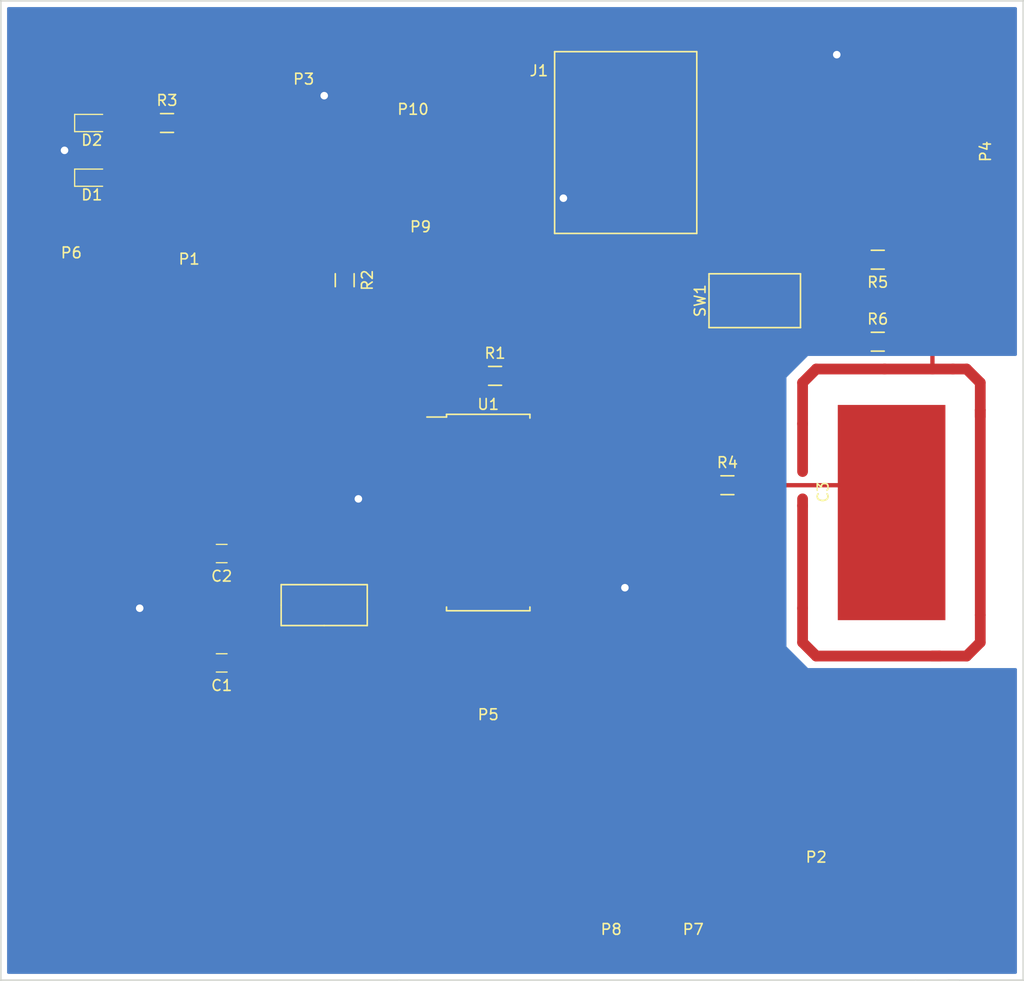
<source format=kicad_pcb>
(kicad_pcb (version 4) (host pcbnew 4.0.4-stable)

  (general
    (links 75)
    (no_connects 0)
    (area 115.924999 34.924999 211.075001 126.075001)
    (thickness 1.6)
    (drawings 10)
    (tracks 311)
    (zones 0)
    (modules 25)
    (nets 51)
  )

  (page A4)
  (layers
    (0 F.Cu signal)
    (31 B.Cu signal hide)
    (32 B.Adhes user)
    (33 F.Adhes user)
    (34 B.Paste user)
    (35 F.Paste user)
    (36 B.SilkS user)
    (37 F.SilkS user)
    (38 B.Mask user)
    (39 F.Mask user)
    (40 Dwgs.User user)
    (41 Cmts.User user)
    (42 Eco1.User user)
    (43 Eco2.User user)
    (44 Edge.Cuts user)
    (45 Margin user)
    (46 B.CrtYd user)
    (47 F.CrtYd user)
    (48 B.Fab user)
    (49 F.Fab user)
  )

  (setup
    (last_trace_width 0.4)
    (user_trace_width 1)
    (trace_clearance 0.2)
    (zone_clearance 0.508)
    (zone_45_only yes)
    (trace_min 0.2)
    (segment_width 0.2)
    (edge_width 0.15)
    (via_size 1.5)
    (via_drill 0.7)
    (via_min_size 0.4)
    (via_min_drill 0.3)
    (uvia_size 0.3)
    (uvia_drill 0.1)
    (uvias_allowed no)
    (uvia_min_size 0.2)
    (uvia_min_drill 0.1)
    (pcb_text_width 0.3)
    (pcb_text_size 1.5 1.5)
    (mod_edge_width 0.15)
    (mod_text_size 1 1)
    (mod_text_width 0.15)
    (pad_size 1.524 1.524)
    (pad_drill 0.762)
    (pad_to_mask_clearance 0.2)
    (aux_axis_origin 0 0)
    (visible_elements 7FFFFFFF)
    (pcbplotparams
      (layerselection 0x00030_80000001)
      (usegerberextensions false)
      (excludeedgelayer true)
      (linewidth 0.100000)
      (plotframeref false)
      (viasonmask false)
      (mode 1)
      (useauxorigin false)
      (hpglpennumber 1)
      (hpglpenspeed 20)
      (hpglpendiameter 15)
      (hpglpenoverlay 2)
      (psnegative false)
      (psa4output false)
      (plotreference true)
      (plotvalue true)
      (plotinvisibletext false)
      (padsonsilk false)
      (subtractmaskfromsilk false)
      (outputformat 1)
      (mirror false)
      (drillshape 1)
      (scaleselection 1)
      (outputdirectory ""))
  )

  (net 0 "")
  (net 1 "Net-(D1-Pad2)")
  (net 2 "Net-(D2-Pad2)")
  (net 3 "Net-(P1-Pad1)")
  (net 4 "Net-(P1-Pad2)")
  (net 5 "Net-(P1-Pad3)")
  (net 6 "Net-(P1-Pad4)")
  (net 7 "Net-(P1-Pad5)")
  (net 8 "Net-(P1-Pad6)")
  (net 9 "Net-(P1-Pad7)")
  (net 10 "Net-(P1-Pad8)")
  (net 11 "Net-(P2-Pad1)")
  (net 12 "Net-(P2-Pad2)")
  (net 13 "Net-(P2-Pad3)")
  (net 14 "Net-(P2-Pad4)")
  (net 15 "Net-(P2-Pad5)")
  (net 16 "Net-(P2-Pad6)")
  (net 17 "Net-(P2-Pad7)")
  (net 18 "Net-(P2-Pad8)")
  (net 19 VDD)
  (net 20 /MCLR/Vpp)
  (net 21 "/PGD(ICSPDAT)")
  (net 22 "/PGC(ICSPCLK)")
  (net 23 "Net-(P4-Pad6)")
  (net 24 "Net-(P5-Pad1)")
  (net 25 "Net-(P5-Pad2)")
  (net 26 "Net-(P5-Pad3)")
  (net 27 "Net-(P5-Pad4)")
  (net 28 "Net-(P5-Pad5)")
  (net 29 "Net-(P5-Pad6)")
  (net 30 "Net-(P5-Pad7)")
  (net 31 "Net-(P5-Pad8)")
  (net 32 "Net-(P7-Pad1)")
  (net 33 "Net-(P7-Pad2)")
  (net 34 "Net-(P8-Pad1)")
  (net 35 "Net-(P8-Pad2)")
  (net 36 GND)
  (net 37 "Net-(C3-Pad1)")
  (net 38 "Net-(P10-Pad2)")
  (net 39 "Net-(P7-Pad3)")
  (net 40 /CAP_SENSOR)
  (net 41 "Net-(C1-Pad1)")
  (net 42 "Net-(C2-Pad1)")
  (net 43 "Net-(Y1-Pad2)")
  (net 44 "Net-(Y1-Pad3)")
  (net 45 /Guard_trace)
  (net 46 "Net-(SW1-Pad2)")
  (net 47 "Net-(SW1-Pad5)")
  (net 48 "Net-(R5-Pad2)")
  (net 49 "Net-(R6-Pad1)")
  (net 50 "Net-(J1-Pad6)")

  (net_class Default "This is the default net class."
    (clearance 0.2)
    (trace_width 0.4)
    (via_dia 1.5)
    (via_drill 0.7)
    (uvia_dia 0.3)
    (uvia_drill 0.1)
    (add_net /CAP_SENSOR)
    (add_net /Guard_trace)
    (add_net /MCLR/Vpp)
    (add_net "/PGC(ICSPCLK)")
    (add_net "/PGD(ICSPDAT)")
    (add_net GND)
    (add_net "Net-(C1-Pad1)")
    (add_net "Net-(C2-Pad1)")
    (add_net "Net-(C3-Pad1)")
    (add_net "Net-(D1-Pad2)")
    (add_net "Net-(D2-Pad2)")
    (add_net "Net-(J1-Pad6)")
    (add_net "Net-(P1-Pad1)")
    (add_net "Net-(P1-Pad2)")
    (add_net "Net-(P1-Pad3)")
    (add_net "Net-(P1-Pad4)")
    (add_net "Net-(P1-Pad5)")
    (add_net "Net-(P1-Pad6)")
    (add_net "Net-(P1-Pad7)")
    (add_net "Net-(P1-Pad8)")
    (add_net "Net-(P10-Pad2)")
    (add_net "Net-(P2-Pad1)")
    (add_net "Net-(P2-Pad2)")
    (add_net "Net-(P2-Pad3)")
    (add_net "Net-(P2-Pad4)")
    (add_net "Net-(P2-Pad5)")
    (add_net "Net-(P2-Pad6)")
    (add_net "Net-(P2-Pad7)")
    (add_net "Net-(P2-Pad8)")
    (add_net "Net-(P4-Pad6)")
    (add_net "Net-(P5-Pad1)")
    (add_net "Net-(P5-Pad2)")
    (add_net "Net-(P5-Pad3)")
    (add_net "Net-(P5-Pad4)")
    (add_net "Net-(P5-Pad5)")
    (add_net "Net-(P5-Pad6)")
    (add_net "Net-(P5-Pad7)")
    (add_net "Net-(P5-Pad8)")
    (add_net "Net-(P7-Pad1)")
    (add_net "Net-(P7-Pad2)")
    (add_net "Net-(P7-Pad3)")
    (add_net "Net-(P8-Pad1)")
    (add_net "Net-(P8-Pad2)")
    (add_net "Net-(R5-Pad2)")
    (add_net "Net-(R6-Pad1)")
    (add_net "Net-(SW1-Pad2)")
    (add_net "Net-(SW1-Pad5)")
    (add_net "Net-(Y1-Pad2)")
    (add_net "Net-(Y1-Pad3)")
    (add_net VDD)
  )

  (module med_conn_prototype_footprints:Sullins_SMD_pin_header_1x6_GBC36SABN-M30 (layer F.Cu) (tedit 58B3F9A5) (tstamp 58ABF32D)
    (at 198.755 41.275)
    (path /58A45214)
    (fp_text reference P4 (at 8.745 7.725 90) (layer F.SilkS)
      (effects (font (size 1 1) (thickness 0.15)))
    )
    (fp_text value CONN_01X06 (at 10.745 7.225 90) (layer F.Fab)
      (effects (font (size 1 1) (thickness 0.15)))
    )
    (pad 6 smd rect (at 6.35 10.16) (size 1.27 6.35) (layers F.Cu F.Paste F.Mask)
      (net 23 "Net-(P4-Pad6)"))
    (pad 5 smd rect (at 3.81 5.08) (size 1.27 6.35) (layers F.Cu F.Paste F.Mask)
      (net 22 "/PGC(ICSPCLK)"))
    (pad 4 smd rect (at 1.27 10.16) (size 1.27 6.35) (layers F.Cu F.Paste F.Mask)
      (net 21 "/PGD(ICSPDAT)"))
    (pad 3 smd rect (at -1.27 5.08) (size 1.27 6.35) (layers F.Cu F.Paste F.Mask)
      (net 36 GND))
    (pad 2 smd rect (at -3.81 10.16) (size 1.27 6.35) (layers F.Cu F.Paste F.Mask)
      (net 19 VDD))
    (pad 1 smd rect (at -6.35 5.08) (size 1.27 6.35) (layers F.Cu F.Paste F.Mask)
      (net 20 /MCLR/Vpp))
  )

  (module Capacitors_SMD:C_0805_HandSoldering (layer F.Cu) (tedit 541A9B8D) (tstamp 58A56CBE)
    (at 136.525 96.52 180)
    (descr "Capacitor SMD 0805, hand soldering")
    (tags "capacitor 0805")
    (path /58A4743E)
    (attr smd)
    (fp_text reference C1 (at 0 -2.1 180) (layer F.SilkS)
      (effects (font (size 1 1) (thickness 0.15)))
    )
    (fp_text value 5pF (at 0 2.1 180) (layer F.Fab)
      (effects (font (size 1 1) (thickness 0.15)))
    )
    (fp_line (start -1 0.625) (end -1 -0.625) (layer F.Fab) (width 0.1))
    (fp_line (start 1 0.625) (end -1 0.625) (layer F.Fab) (width 0.1))
    (fp_line (start 1 -0.625) (end 1 0.625) (layer F.Fab) (width 0.1))
    (fp_line (start -1 -0.625) (end 1 -0.625) (layer F.Fab) (width 0.1))
    (fp_line (start -2.3 -1) (end 2.3 -1) (layer F.CrtYd) (width 0.05))
    (fp_line (start -2.3 1) (end 2.3 1) (layer F.CrtYd) (width 0.05))
    (fp_line (start -2.3 -1) (end -2.3 1) (layer F.CrtYd) (width 0.05))
    (fp_line (start 2.3 -1) (end 2.3 1) (layer F.CrtYd) (width 0.05))
    (fp_line (start 0.5 -0.85) (end -0.5 -0.85) (layer F.SilkS) (width 0.12))
    (fp_line (start -0.5 0.85) (end 0.5 0.85) (layer F.SilkS) (width 0.12))
    (pad 1 smd rect (at -1.25 0 180) (size 1.5 1.25) (layers F.Cu F.Paste F.Mask)
      (net 41 "Net-(C1-Pad1)"))
    (pad 2 smd rect (at 1.25 0 180) (size 1.5 1.25) (layers F.Cu F.Paste F.Mask)
      (net 36 GND))
    (model Capacitors_SMD.3dshapes/C_0805_HandSoldering.wrl
      (at (xyz 0 0 0))
      (scale (xyz 1 1 1))
      (rotate (xyz 0 0 0))
    )
  )

  (module Capacitors_SMD:C_0805_HandSoldering (layer F.Cu) (tedit 541A9B8D) (tstamp 58A56CC4)
    (at 136.525 86.36 180)
    (descr "Capacitor SMD 0805, hand soldering")
    (tags "capacitor 0805")
    (path /58A474C5)
    (attr smd)
    (fp_text reference C2 (at 0 -2.1 180) (layer F.SilkS)
      (effects (font (size 1 1) (thickness 0.15)))
    )
    (fp_text value 5pF (at 0 2.1 180) (layer F.Fab)
      (effects (font (size 1 1) (thickness 0.15)))
    )
    (fp_line (start -1 0.625) (end -1 -0.625) (layer F.Fab) (width 0.1))
    (fp_line (start 1 0.625) (end -1 0.625) (layer F.Fab) (width 0.1))
    (fp_line (start 1 -0.625) (end 1 0.625) (layer F.Fab) (width 0.1))
    (fp_line (start -1 -0.625) (end 1 -0.625) (layer F.Fab) (width 0.1))
    (fp_line (start -2.3 -1) (end 2.3 -1) (layer F.CrtYd) (width 0.05))
    (fp_line (start -2.3 1) (end 2.3 1) (layer F.CrtYd) (width 0.05))
    (fp_line (start -2.3 -1) (end -2.3 1) (layer F.CrtYd) (width 0.05))
    (fp_line (start 2.3 -1) (end 2.3 1) (layer F.CrtYd) (width 0.05))
    (fp_line (start 0.5 -0.85) (end -0.5 -0.85) (layer F.SilkS) (width 0.12))
    (fp_line (start -0.5 0.85) (end 0.5 0.85) (layer F.SilkS) (width 0.12))
    (pad 1 smd rect (at -1.25 0 180) (size 1.5 1.25) (layers F.Cu F.Paste F.Mask)
      (net 42 "Net-(C2-Pad1)"))
    (pad 2 smd rect (at 1.25 0 180) (size 1.5 1.25) (layers F.Cu F.Paste F.Mask)
      (net 36 GND))
    (model Capacitors_SMD.3dshapes/C_0805_HandSoldering.wrl
      (at (xyz 0 0 0))
      (scale (xyz 1 1 1))
      (rotate (xyz 0 0 0))
    )
  )

  (module Diodes_SMD:D_0805 (layer F.Cu) (tedit 586A4032) (tstamp 58A56CCA)
    (at 124.46 51.435)
    (descr "Diode SMD in 0805 package")
    (tags "smd diode")
    (path /58A4E2F1)
    (attr smd)
    (fp_text reference D1 (at 0 1.6) (layer F.SilkS)
      (effects (font (size 1 1) (thickness 0.15)))
    )
    (fp_text value LED (at 0 -1.6) (layer F.Fab)
      (effects (font (size 1 1) (thickness 0.15)))
    )
    (fp_line (start -1.6 -0.8) (end -1.6 0.8) (layer F.SilkS) (width 0.12))
    (fp_line (start -1.7 0.88) (end -1.7 -0.88) (layer F.CrtYd) (width 0.05))
    (fp_line (start 1.7 0.88) (end -1.7 0.88) (layer F.CrtYd) (width 0.05))
    (fp_line (start 1.7 -0.88) (end 1.7 0.88) (layer F.CrtYd) (width 0.05))
    (fp_line (start -1.7 -0.88) (end 1.7 -0.88) (layer F.CrtYd) (width 0.05))
    (fp_line (start 0.2 0) (end 0.4 0) (layer F.Fab) (width 0.1))
    (fp_line (start -0.1 0) (end -0.3 0) (layer F.Fab) (width 0.1))
    (fp_line (start -0.1 -0.2) (end -0.1 0.2) (layer F.Fab) (width 0.1))
    (fp_line (start 0.2 0.2) (end 0.2 -0.2) (layer F.Fab) (width 0.1))
    (fp_line (start -0.1 0) (end 0.2 0.2) (layer F.Fab) (width 0.1))
    (fp_line (start 0.2 -0.2) (end -0.1 0) (layer F.Fab) (width 0.1))
    (fp_line (start -1 0.625) (end -1 -0.625) (layer F.Fab) (width 0.1))
    (fp_line (start 1 0.625) (end -1 0.625) (layer F.Fab) (width 0.1))
    (fp_line (start 1 -0.625) (end 1 0.625) (layer F.Fab) (width 0.1))
    (fp_line (start -1 -0.625) (end 1 -0.625) (layer F.Fab) (width 0.1))
    (fp_line (start -1.6 0.8) (end 1 0.8) (layer F.SilkS) (width 0.12))
    (fp_line (start -1.6 -0.8) (end 1 -0.8) (layer F.SilkS) (width 0.12))
    (pad 1 smd rect (at -1.05 0) (size 0.8 0.9) (layers F.Cu F.Paste F.Mask)
      (net 36 GND))
    (pad 2 smd rect (at 1.05 0) (size 0.8 0.9) (layers F.Cu F.Paste F.Mask)
      (net 1 "Net-(D1-Pad2)"))
  )

  (module Diodes_SMD:D_0805 (layer F.Cu) (tedit 586A4032) (tstamp 58A56CD0)
    (at 124.46 46.355)
    (descr "Diode SMD in 0805 package")
    (tags "smd diode")
    (path /58A4E388)
    (attr smd)
    (fp_text reference D2 (at 0 1.6) (layer F.SilkS)
      (effects (font (size 1 1) (thickness 0.15)))
    )
    (fp_text value LED (at 0 -1.6) (layer F.Fab)
      (effects (font (size 1 1) (thickness 0.15)))
    )
    (fp_line (start -1.6 -0.8) (end -1.6 0.8) (layer F.SilkS) (width 0.12))
    (fp_line (start -1.7 0.88) (end -1.7 -0.88) (layer F.CrtYd) (width 0.05))
    (fp_line (start 1.7 0.88) (end -1.7 0.88) (layer F.CrtYd) (width 0.05))
    (fp_line (start 1.7 -0.88) (end 1.7 0.88) (layer F.CrtYd) (width 0.05))
    (fp_line (start -1.7 -0.88) (end 1.7 -0.88) (layer F.CrtYd) (width 0.05))
    (fp_line (start 0.2 0) (end 0.4 0) (layer F.Fab) (width 0.1))
    (fp_line (start -0.1 0) (end -0.3 0) (layer F.Fab) (width 0.1))
    (fp_line (start -0.1 -0.2) (end -0.1 0.2) (layer F.Fab) (width 0.1))
    (fp_line (start 0.2 0.2) (end 0.2 -0.2) (layer F.Fab) (width 0.1))
    (fp_line (start -0.1 0) (end 0.2 0.2) (layer F.Fab) (width 0.1))
    (fp_line (start 0.2 -0.2) (end -0.1 0) (layer F.Fab) (width 0.1))
    (fp_line (start -1 0.625) (end -1 -0.625) (layer F.Fab) (width 0.1))
    (fp_line (start 1 0.625) (end -1 0.625) (layer F.Fab) (width 0.1))
    (fp_line (start 1 -0.625) (end 1 0.625) (layer F.Fab) (width 0.1))
    (fp_line (start -1 -0.625) (end 1 -0.625) (layer F.Fab) (width 0.1))
    (fp_line (start -1.6 0.8) (end 1 0.8) (layer F.SilkS) (width 0.12))
    (fp_line (start -1.6 -0.8) (end 1 -0.8) (layer F.SilkS) (width 0.12))
    (pad 1 smd rect (at -1.05 0) (size 0.8 0.9) (layers F.Cu F.Paste F.Mask)
      (net 36 GND))
    (pad 2 smd rect (at 1.05 0) (size 0.8 0.9) (layers F.Cu F.Paste F.Mask)
      (net 2 "Net-(D2-Pad2)"))
  )

  (module Resistors_SMD:R_0805_HandSoldering (layer F.Cu) (tedit 58307B90) (tstamp 58A56D2E)
    (at 161.925 69.85)
    (descr "Resistor SMD 0805, hand soldering")
    (tags "resistor 0805")
    (path /58A468CC)
    (attr smd)
    (fp_text reference R1 (at 0 -2.1) (layer F.SilkS)
      (effects (font (size 1 1) (thickness 0.15)))
    )
    (fp_text value 50k (at 0 2.1) (layer F.Fab)
      (effects (font (size 1 1) (thickness 0.15)))
    )
    (fp_line (start -1 0.625) (end -1 -0.625) (layer F.Fab) (width 0.1))
    (fp_line (start 1 0.625) (end -1 0.625) (layer F.Fab) (width 0.1))
    (fp_line (start 1 -0.625) (end 1 0.625) (layer F.Fab) (width 0.1))
    (fp_line (start -1 -0.625) (end 1 -0.625) (layer F.Fab) (width 0.1))
    (fp_line (start -2.4 -1) (end 2.4 -1) (layer F.CrtYd) (width 0.05))
    (fp_line (start -2.4 1) (end 2.4 1) (layer F.CrtYd) (width 0.05))
    (fp_line (start -2.4 -1) (end -2.4 1) (layer F.CrtYd) (width 0.05))
    (fp_line (start 2.4 -1) (end 2.4 1) (layer F.CrtYd) (width 0.05))
    (fp_line (start 0.6 0.875) (end -0.6 0.875) (layer F.SilkS) (width 0.15))
    (fp_line (start -0.6 -0.875) (end 0.6 -0.875) (layer F.SilkS) (width 0.15))
    (pad 1 smd rect (at -1.35 0) (size 1.5 1.3) (layers F.Cu F.Paste F.Mask)
      (net 20 /MCLR/Vpp))
    (pad 2 smd rect (at 1.35 0) (size 1.5 1.3) (layers F.Cu F.Paste F.Mask)
      (net 19 VDD))
    (model Resistors_SMD.3dshapes/R_0805_HandSoldering.wrl
      (at (xyz 0 0 0))
      (scale (xyz 1 1 1))
      (rotate (xyz 0 0 0))
    )
  )

  (module Resistors_SMD:R_0805_HandSoldering (layer F.Cu) (tedit 58307B90) (tstamp 58A56D34)
    (at 147.955 60.96 270)
    (descr "Resistor SMD 0805, hand soldering")
    (tags "resistor 0805")
    (path /58A4E0BF)
    (attr smd)
    (fp_text reference R2 (at 0 -2.1 270) (layer F.SilkS)
      (effects (font (size 1 1) (thickness 0.15)))
    )
    (fp_text value R (at 0 2.1 270) (layer F.Fab)
      (effects (font (size 1 1) (thickness 0.15)))
    )
    (fp_line (start -1 0.625) (end -1 -0.625) (layer F.Fab) (width 0.1))
    (fp_line (start 1 0.625) (end -1 0.625) (layer F.Fab) (width 0.1))
    (fp_line (start 1 -0.625) (end 1 0.625) (layer F.Fab) (width 0.1))
    (fp_line (start -1 -0.625) (end 1 -0.625) (layer F.Fab) (width 0.1))
    (fp_line (start -2.4 -1) (end 2.4 -1) (layer F.CrtYd) (width 0.05))
    (fp_line (start -2.4 1) (end 2.4 1) (layer F.CrtYd) (width 0.05))
    (fp_line (start -2.4 -1) (end -2.4 1) (layer F.CrtYd) (width 0.05))
    (fp_line (start 2.4 -1) (end 2.4 1) (layer F.CrtYd) (width 0.05))
    (fp_line (start 0.6 0.875) (end -0.6 0.875) (layer F.SilkS) (width 0.15))
    (fp_line (start -0.6 -0.875) (end 0.6 -0.875) (layer F.SilkS) (width 0.15))
    (pad 1 smd rect (at -1.35 0 270) (size 1.5 1.3) (layers F.Cu F.Paste F.Mask)
      (net 1 "Net-(D1-Pad2)"))
    (pad 2 smd rect (at 1.35 0 270) (size 1.5 1.3) (layers F.Cu F.Paste F.Mask)
      (net 9 "Net-(P1-Pad7)"))
    (model Resistors_SMD.3dshapes/R_0805_HandSoldering.wrl
      (at (xyz 0 0 0))
      (scale (xyz 1 1 1))
      (rotate (xyz 0 0 0))
    )
  )

  (module Resistors_SMD:R_0805_HandSoldering (layer F.Cu) (tedit 58307B90) (tstamp 58A56D3A)
    (at 131.445 46.355)
    (descr "Resistor SMD 0805, hand soldering")
    (tags "resistor 0805")
    (path /58A4DF86)
    (attr smd)
    (fp_text reference R3 (at 0 -2.1) (layer F.SilkS)
      (effects (font (size 1 1) (thickness 0.15)))
    )
    (fp_text value R (at 0 2.1) (layer F.Fab)
      (effects (font (size 1 1) (thickness 0.15)))
    )
    (fp_line (start -1 0.625) (end -1 -0.625) (layer F.Fab) (width 0.1))
    (fp_line (start 1 0.625) (end -1 0.625) (layer F.Fab) (width 0.1))
    (fp_line (start 1 -0.625) (end 1 0.625) (layer F.Fab) (width 0.1))
    (fp_line (start -1 -0.625) (end 1 -0.625) (layer F.Fab) (width 0.1))
    (fp_line (start -2.4 -1) (end 2.4 -1) (layer F.CrtYd) (width 0.05))
    (fp_line (start -2.4 1) (end 2.4 1) (layer F.CrtYd) (width 0.05))
    (fp_line (start -2.4 -1) (end -2.4 1) (layer F.CrtYd) (width 0.05))
    (fp_line (start 2.4 -1) (end 2.4 1) (layer F.CrtYd) (width 0.05))
    (fp_line (start 0.6 0.875) (end -0.6 0.875) (layer F.SilkS) (width 0.15))
    (fp_line (start -0.6 -0.875) (end 0.6 -0.875) (layer F.SilkS) (width 0.15))
    (pad 1 smd rect (at -1.35 0) (size 1.5 1.3) (layers F.Cu F.Paste F.Mask)
      (net 2 "Net-(D2-Pad2)"))
    (pad 2 smd rect (at 1.35 0) (size 1.5 1.3) (layers F.Cu F.Paste F.Mask)
      (net 10 "Net-(P1-Pad8)"))
    (model Resistors_SMD.3dshapes/R_0805_HandSoldering.wrl
      (at (xyz 0 0 0))
      (scale (xyz 1 1 1))
      (rotate (xyz 0 0 0))
    )
  )

  (module med_conn_prototype_footprints:Abracon_ABS25 (layer F.Cu) (tedit 58A5B0E7) (tstamp 58A56D69)
    (at 146.05 95.25 180)
    (path /58A6086F)
    (fp_text reference Y1 (at 0 1.27 180) (layer F.SilkS) hide
      (effects (font (size 1 1) (thickness 0.15)))
    )
    (fp_text value Abracon_ABS25 (at 10.16 3.81 180) (layer F.Fab)
      (effects (font (size 1 1) (thickness 0.15)))
    )
    (fp_line (start -4 4.1) (end -4 6) (layer F.SilkS) (width 0.15))
    (fp_line (start -4 6) (end 4 6) (layer F.SilkS) (width 0.15))
    (fp_line (start 4 6) (end 4 4.1) (layer F.SilkS) (width 0.15))
    (fp_line (start 4 4.1) (end 4 2.2) (layer F.SilkS) (width 0.15))
    (fp_line (start 4 2.2) (end 0 2.2) (layer F.SilkS) (width 0.15))
    (fp_line (start 0 2.2) (end -4 2.2) (layer F.SilkS) (width 0.15))
    (fp_line (start -4 2.2) (end -4 4.1) (layer F.SilkS) (width 0.15))
    (pad 2 smd rect (at 2.75 5.7 180) (size 1.3 1.9) (layers F.Cu F.Paste F.Mask)
      (net 43 "Net-(Y1-Pad2)"))
    (pad 1 smd rect (at -2.75 5.7 180) (size 1.3 1.9) (layers F.Cu F.Paste F.Mask)
      (net 42 "Net-(C2-Pad1)"))
    (pad 3 smd rect (at 2.75 2.5 180) (size 1.3 1.9) (layers F.Cu F.Paste F.Mask)
      (net 44 "Net-(Y1-Pad3)"))
    (pad 4 smd rect (at -2.75 2.5 180) (size 1.3 1.9) (layers F.Cu F.Paste F.Mask)
      (net 41 "Net-(C1-Pad1)"))
  )

  (module med_conn_prototype_footprints:Capsense_Pad (layer F.Cu) (tedit 58ABECD4) (tstamp 58A5A88D)
    (at 191.77 82.55 90)
    (path /58A5D27E)
    (fp_text reference C3 (at 1.905 0.635 90) (layer F.SilkS)
      (effects (font (size 1 1) (thickness 0.15)))
    )
    (fp_text value cap_sense_pad (at 0 13.335 90) (layer F.Fab)
      (effects (font (size 1 1) (thickness 0.15)))
    )
    (pad 1 smd rect (at 0 7 90) (size 20 10) (layers F.Cu F.Paste F.Mask)
      (net 37 "Net-(C3-Pad1)"))
  )

  (module Resistors_SMD:R_0805_HandSoldering (layer F.Cu) (tedit 58307B90) (tstamp 58A5A89F)
    (at 183.515 80.01)
    (descr "Resistor SMD 0805, hand soldering")
    (tags "resistor 0805")
    (path /58A5E282)
    (attr smd)
    (fp_text reference R4 (at 0 -2.1) (layer F.SilkS)
      (effects (font (size 1 1) (thickness 0.15)))
    )
    (fp_text value R (at 0 2.1) (layer F.Fab)
      (effects (font (size 1 1) (thickness 0.15)))
    )
    (fp_line (start -1 0.625) (end -1 -0.625) (layer F.Fab) (width 0.1))
    (fp_line (start 1 0.625) (end -1 0.625) (layer F.Fab) (width 0.1))
    (fp_line (start 1 -0.625) (end 1 0.625) (layer F.Fab) (width 0.1))
    (fp_line (start -1 -0.625) (end 1 -0.625) (layer F.Fab) (width 0.1))
    (fp_line (start -2.4 -1) (end 2.4 -1) (layer F.CrtYd) (width 0.05))
    (fp_line (start -2.4 1) (end 2.4 1) (layer F.CrtYd) (width 0.05))
    (fp_line (start -2.4 -1) (end -2.4 1) (layer F.CrtYd) (width 0.05))
    (fp_line (start 2.4 -1) (end 2.4 1) (layer F.CrtYd) (width 0.05))
    (fp_line (start 0.6 0.875) (end -0.6 0.875) (layer F.SilkS) (width 0.15))
    (fp_line (start -0.6 -0.875) (end 0.6 -0.875) (layer F.SilkS) (width 0.15))
    (pad 1 smd rect (at -1.35 0) (size 1.5 1.3) (layers F.Cu F.Paste F.Mask)
      (net 40 /CAP_SENSOR))
    (pad 2 smd rect (at 1.35 0) (size 1.5 1.3) (layers F.Cu F.Paste F.Mask)
      (net 37 "Net-(C3-Pad1)"))
    (model Resistors_SMD.3dshapes/R_0805_HandSoldering.wrl
      (at (xyz 0 0 0))
      (scale (xyz 1 1 1))
      (rotate (xyz 0 0 0))
    )
  )

  (module med_conn_prototype_footprints:wire_solder_pad_2.54mm_1x8 (layer F.Cu) (tedit 58ABEE74) (tstamp 58AB2012)
    (at 118.745 69.85 90)
    (path /58A4CB71)
    (fp_text reference P6 (at 11.43 3.81 180) (layer F.SilkS)
      (effects (font (size 1 1) (thickness 0.15)))
    )
    (fp_text value CONN_01X08 (at 0 -0.5 90) (layer F.Fab)
      (effects (font (size 1 1) (thickness 0.15)))
    )
    (pad 1 smd rect (at -8.89 3.81 90) (size 1.5 2) (layers F.Cu F.Paste F.Mask)
      (net 3 "Net-(P1-Pad1)"))
    (pad 2 smd rect (at -6.35 3.81 90) (size 1.5 2) (layers F.Cu F.Paste F.Mask)
      (net 4 "Net-(P1-Pad2)"))
    (pad 3 smd rect (at -3.81 3.81 90) (size 1.5 2) (layers F.Cu F.Paste F.Mask)
      (net 5 "Net-(P1-Pad3)"))
    (pad 4 smd rect (at -1.27 3.81 90) (size 1.5 2) (layers F.Cu F.Paste F.Mask)
      (net 6 "Net-(P1-Pad4)"))
    (pad 8 smd rect (at 8.89 3.81 90) (size 1.5 2) (layers F.Cu F.Paste F.Mask)
      (net 10 "Net-(P1-Pad8)"))
    (pad 7 smd rect (at 6.35 3.81 90) (size 1.5 2) (layers F.Cu F.Paste F.Mask)
      (net 9 "Net-(P1-Pad7)"))
    (pad 6 smd rect (at 3.81 3.81 90) (size 1.5 2) (layers F.Cu F.Paste F.Mask)
      (net 8 "Net-(P1-Pad6)"))
    (pad 5 smd rect (at 1.27 3.81 90) (size 1.5 2) (layers F.Cu F.Paste F.Mask)
      (net 7 "Net-(P1-Pad5)"))
  )

  (module med_conn_prototype_footprints:wire_solder_pad_2.54mm_1x8 (layer F.Cu) (tedit 58ABECB7) (tstamp 58AB201D)
    (at 191.77 125.095 180)
    (path /58A4D11D)
    (fp_text reference P7 (at 11.43 3.81 180) (layer F.SilkS)
      (effects (font (size 1 1) (thickness 0.15)))
    )
    (fp_text value CONN_01X08 (at 0 1.27 180) (layer F.Fab)
      (effects (font (size 1 1) (thickness 0.15)))
    )
    (pad 1 smd rect (at -8.89 3.81 180) (size 1.5 2) (layers F.Cu F.Paste F.Mask)
      (net 32 "Net-(P7-Pad1)"))
    (pad 2 smd rect (at -6.35 3.81 180) (size 1.5 2) (layers F.Cu F.Paste F.Mask)
      (net 33 "Net-(P7-Pad2)"))
    (pad 3 smd rect (at -3.81 3.81 180) (size 1.5 2) (layers F.Cu F.Paste F.Mask)
      (net 39 "Net-(P7-Pad3)"))
    (pad 4 smd rect (at -1.27 3.81 180) (size 1.5 2) (layers F.Cu F.Paste F.Mask)
      (net 14 "Net-(P2-Pad4)"))
    (pad 8 smd rect (at 8.89 3.81 180) (size 1.5 2) (layers F.Cu F.Paste F.Mask)
      (net 18 "Net-(P2-Pad8)"))
    (pad 7 smd rect (at 6.35 3.81 180) (size 1.5 2) (layers F.Cu F.Paste F.Mask)
      (net 17 "Net-(P2-Pad7)"))
    (pad 6 smd rect (at 3.81 3.81 180) (size 1.5 2) (layers F.Cu F.Paste F.Mask)
      (net 16 "Net-(P2-Pad6)"))
    (pad 5 smd rect (at 1.27 3.81 180) (size 1.5 2) (layers F.Cu F.Paste F.Mask)
      (net 15 "Net-(P2-Pad5)"))
  )

  (module med_conn_prototype_footprints:wire_solder_pad_2.54mm_1x8 (layer F.Cu) (tedit 58ABEC9A) (tstamp 58AB2028)
    (at 161.29 117.475)
    (path /58A4C63C)
    (fp_text reference P8 (at 11.43 3.81) (layer F.SilkS)
      (effects (font (size 1 1) (thickness 0.15)))
    )
    (fp_text value CONN_01X08 (at -0.29 6.525) (layer F.Fab)
      (effects (font (size 1 1) (thickness 0.15)))
    )
    (pad 1 smd rect (at -8.89 3.81) (size 1.5 2) (layers F.Cu F.Paste F.Mask)
      (net 34 "Net-(P8-Pad1)"))
    (pad 2 smd rect (at -6.35 3.81) (size 1.5 2) (layers F.Cu F.Paste F.Mask)
      (net 35 "Net-(P8-Pad2)"))
    (pad 3 smd rect (at -3.81 3.81) (size 1.5 2) (layers F.Cu F.Paste F.Mask)
      (net 26 "Net-(P5-Pad3)"))
    (pad 4 smd rect (at -1.27 3.81) (size 1.5 2) (layers F.Cu F.Paste F.Mask)
      (net 27 "Net-(P5-Pad4)"))
    (pad 8 smd rect (at 8.89 3.81) (size 1.5 2) (layers F.Cu F.Paste F.Mask)
      (net 31 "Net-(P5-Pad8)"))
    (pad 7 smd rect (at 6.35 3.81) (size 1.5 2) (layers F.Cu F.Paste F.Mask)
      (net 30 "Net-(P5-Pad7)"))
    (pad 6 smd rect (at 3.81 3.81) (size 1.5 2) (layers F.Cu F.Paste F.Mask)
      (net 29 "Net-(P5-Pad6)"))
    (pad 5 smd rect (at 1.27 3.81) (size 1.5 2) (layers F.Cu F.Paste F.Mask)
      (net 28 "Net-(P5-Pad5)"))
  )

  (module med_conn_prototype_footprints:Sullins_SMD_pin_header_1x8_GBC36SABN-M30 (layer F.Cu) (tedit 58B3F9C0) (tstamp 58ABF311)
    (at 125.73 69.85 90)
    (path /58A47D21)
    (fp_text reference P1 (at 10.85 7.77 180) (layer F.SilkS)
      (effects (font (size 1 1) (thickness 0.15)))
    )
    (fp_text value CONN_01X08 (at -11.65 7.77 180) (layer F.Fab)
      (effects (font (size 1 1) (thickness 0.15)))
    )
    (pad 8 smd rect (at 8.89 10.16 90) (size 1.27 6.35) (layers F.Cu F.Paste F.Mask)
      (net 10 "Net-(P1-Pad8)"))
    (pad 7 smd rect (at 6.35 5.08 90) (size 1.27 6.35) (layers F.Cu F.Paste F.Mask)
      (net 9 "Net-(P1-Pad7)"))
    (pad 6 smd rect (at 3.81 10.16 90) (size 1.27 6.35) (layers F.Cu F.Paste F.Mask)
      (net 8 "Net-(P1-Pad6)"))
    (pad 5 smd rect (at 1.27 5.08 90) (size 1.27 6.35) (layers F.Cu F.Paste F.Mask)
      (net 7 "Net-(P1-Pad5)"))
    (pad 4 smd rect (at -1.27 10.16 90) (size 1.27 6.35) (layers F.Cu F.Paste F.Mask)
      (net 6 "Net-(P1-Pad4)"))
    (pad 3 smd rect (at -3.81 5.08 90) (size 1.27 6.35) (layers F.Cu F.Paste F.Mask)
      (net 5 "Net-(P1-Pad3)"))
    (pad 2 smd rect (at -6.35 10.16 90) (size 1.27 6.35) (layers F.Cu F.Paste F.Mask)
      (net 4 "Net-(P1-Pad2)"))
    (pad 1 smd rect (at -8.89 5.08 90) (size 1.27 6.35) (layers F.Cu F.Paste F.Mask)
      (net 3 "Net-(P1-Pad1)"))
  )

  (module med_conn_prototype_footprints:Sullins_SMD_pin_header_1x8_GBC36SABN-M30 (layer F.Cu) (tedit 58ABF0D9) (tstamp 58ABF31D)
    (at 191.77 115.57 180)
    (path /58A4937C)
    (fp_text reference P2 (at 0 1 180) (layer F.SilkS)
      (effects (font (size 1 1) (thickness 0.15)))
    )
    (fp_text value CONN_01X08 (at 0 -0.5 180) (layer F.Fab)
      (effects (font (size 1 1) (thickness 0.15)))
    )
    (pad 8 smd rect (at 8.89 10.16 180) (size 1.27 6.35) (layers F.Cu F.Paste F.Mask)
      (net 18 "Net-(P2-Pad8)"))
    (pad 7 smd rect (at 6.35 5.08 180) (size 1.27 6.35) (layers F.Cu F.Paste F.Mask)
      (net 17 "Net-(P2-Pad7)"))
    (pad 6 smd rect (at 3.81 10.16 180) (size 1.27 6.35) (layers F.Cu F.Paste F.Mask)
      (net 16 "Net-(P2-Pad6)"))
    (pad 5 smd rect (at 1.27 5.08 180) (size 1.27 6.35) (layers F.Cu F.Paste F.Mask)
      (net 15 "Net-(P2-Pad5)"))
    (pad 4 smd rect (at -1.27 10.16 180) (size 1.27 6.35) (layers F.Cu F.Paste F.Mask)
      (net 14 "Net-(P2-Pad4)"))
    (pad 3 smd rect (at -3.81 5.08 180) (size 1.27 6.35) (layers F.Cu F.Paste F.Mask)
      (net 13 "Net-(P2-Pad3)"))
    (pad 2 smd rect (at -6.35 10.16 180) (size 1.27 6.35) (layers F.Cu F.Paste F.Mask)
      (net 12 "Net-(P2-Pad2)"))
    (pad 1 smd rect (at -8.89 5.08 180) (size 1.27 6.35) (layers F.Cu F.Paste F.Mask)
      (net 11 "Net-(P2-Pad1)"))
  )

  (module med_conn_prototype_footprints:Sullins_SMD_pin_header_1x2_GBC36SABN-M30 (layer F.Cu) (tedit 58ABF11B) (tstamp 58ABF323)
    (at 144.145 41.275)
    (path /58A456BD)
    (fp_text reference P3 (at 0 1) (layer F.SilkS)
      (effects (font (size 1 1) (thickness 0.15)))
    )
    (fp_text value CONN_01X02 (at 0 -0.5) (layer F.Fab)
      (effects (font (size 1 1) (thickness 0.15)))
    )
    (pad 2 smd rect (at 1.27 10.16) (size 1.27 6.35) (layers F.Cu F.Paste F.Mask)
      (net 38 "Net-(P10-Pad2)"))
    (pad 1 smd rect (at -1.27 5.08) (size 1.27 6.35) (layers F.Cu F.Paste F.Mask)
      (net 36 GND))
  )

  (module med_conn_prototype_footprints:Sullins_SMD_pin_header_1x8_GBC36SABN-M30 (layer F.Cu) (tedit 58ABF0D9) (tstamp 58ABF339)
    (at 161.29 100.33)
    (path /58A49E94)
    (fp_text reference P5 (at 0 1) (layer F.SilkS)
      (effects (font (size 1 1) (thickness 0.15)))
    )
    (fp_text value CONN_01X08 (at 0 -0.5) (layer F.Fab)
      (effects (font (size 1 1) (thickness 0.15)))
    )
    (pad 8 smd rect (at 8.89 10.16) (size 1.27 6.35) (layers F.Cu F.Paste F.Mask)
      (net 31 "Net-(P5-Pad8)"))
    (pad 7 smd rect (at 6.35 5.08) (size 1.27 6.35) (layers F.Cu F.Paste F.Mask)
      (net 30 "Net-(P5-Pad7)"))
    (pad 6 smd rect (at 3.81 10.16) (size 1.27 6.35) (layers F.Cu F.Paste F.Mask)
      (net 29 "Net-(P5-Pad6)"))
    (pad 5 smd rect (at 1.27 5.08) (size 1.27 6.35) (layers F.Cu F.Paste F.Mask)
      (net 28 "Net-(P5-Pad5)"))
    (pad 4 smd rect (at -1.27 10.16) (size 1.27 6.35) (layers F.Cu F.Paste F.Mask)
      (net 27 "Net-(P5-Pad4)"))
    (pad 3 smd rect (at -3.81 5.08) (size 1.27 6.35) (layers F.Cu F.Paste F.Mask)
      (net 26 "Net-(P5-Pad3)"))
    (pad 2 smd rect (at -6.35 10.16) (size 1.27 6.35) (layers F.Cu F.Paste F.Mask)
      (net 25 "Net-(P5-Pad2)"))
    (pad 1 smd rect (at -8.89 5.08) (size 1.27 6.35) (layers F.Cu F.Paste F.Mask)
      (net 24 "Net-(P5-Pad1)"))
  )

  (module med_conn_prototype_footprints:Sullins_SMD_pin_header_1x2_GBC36SABN-M30 (layer F.Cu) (tedit 58B3F95B) (tstamp 58ABF33F)
    (at 147.955 52.705 90)
    (path /58A5AFE3)
    (fp_text reference P9 (at -3.295 7.045 180) (layer F.SilkS)
      (effects (font (size 1 1) (thickness 0.15)))
    )
    (fp_text value CONN_01X02 (at 3.205 6.545 180) (layer F.Fab)
      (effects (font (size 1 1) (thickness 0.15)))
    )
    (pad 2 smd rect (at 1.27 10.16 90) (size 1.27 6.35) (layers F.Cu F.Paste F.Mask)
      (net 19 VDD))
    (pad 1 smd rect (at -1.27 5.08 90) (size 1.27 6.35) (layers F.Cu F.Paste F.Mask)
      (net 38 "Net-(P10-Pad2)"))
  )

  (module med_conn_prototype_footprints:NKKSwitches_G3T22AP (layer F.Cu) (tedit 58AD9B81) (tstamp 58AD8B9A)
    (at 191.77 62.865 270)
    (path /58AD9EC0)
    (fp_text reference SW1 (at 0 10.795 270) (layer F.SilkS)
      (effects (font (size 1 1) (thickness 0.15)))
    )
    (fp_text value NKKswitches_G3T22AP (at 1.905 12.065 270) (layer F.Fab)
      (effects (font (size 1 1) (thickness 0.15)))
    )
    (fp_line (start -2.5 1.465) (end 2.5 1.465) (layer F.SilkS) (width 0.15))
    (fp_line (start 2.5 1.465) (end 2.5 9.965) (layer F.SilkS) (width 0.15))
    (fp_line (start 2.5 9.965) (end -2 9.965) (layer F.SilkS) (width 0.15))
    (fp_line (start -2 9.965) (end -2.5 9.965) (layer F.SilkS) (width 0.15))
    (fp_line (start -2.5 9.965) (end -2.5 1.465) (layer F.SilkS) (width 0.15))
    (pad 3 smd rect (at 3.81 7.62 270) (size 1.7 0.7) (layers F.Cu F.Paste F.Mask)
      (net 22 "/PGC(ICSPCLK)"))
    (pad 1 smd rect (at 3.81 2.54 270) (size 1.7 0.7) (layers F.Cu F.Paste F.Mask)
      (net 49 "Net-(R6-Pad1)"))
    (pad 2 smd rect (at 3.81 5.08 270) (size 1.7 0.7) (layers F.Cu F.Paste F.Mask)
      (net 46 "Net-(SW1-Pad2)"))
    (pad 6 smd rect (at -3.85 8.89 270) (size 1.7 0.7) (layers F.Cu F.Paste F.Mask)
      (net 21 "/PGD(ICSPDAT)"))
    (pad 5 smd rect (at -3.85 6.35 270) (size 1.7 0.7) (layers F.Cu F.Paste F.Mask)
      (net 47 "Net-(SW1-Pad5)"))
    (pad 4 smd rect (at -3.85 3.81 270) (size 1.7 0.7) (layers F.Cu F.Paste F.Mask)
      (net 48 "Net-(R5-Pad2)"))
  )

  (module Resistors_SMD:R_0805_HandSoldering (layer F.Cu) (tedit 58307B90) (tstamp 58AD9755)
    (at 197.485 59.055 180)
    (descr "Resistor SMD 0805, hand soldering")
    (tags "resistor 0805")
    (path /58ADB679)
    (attr smd)
    (fp_text reference R5 (at 0 -2.1 180) (layer F.SilkS)
      (effects (font (size 1 1) (thickness 0.15)))
    )
    (fp_text value R (at 0 2.1 180) (layer F.Fab)
      (effects (font (size 1 1) (thickness 0.15)))
    )
    (fp_line (start -1 0.625) (end -1 -0.625) (layer F.Fab) (width 0.1))
    (fp_line (start 1 0.625) (end -1 0.625) (layer F.Fab) (width 0.1))
    (fp_line (start 1 -0.625) (end 1 0.625) (layer F.Fab) (width 0.1))
    (fp_line (start -1 -0.625) (end 1 -0.625) (layer F.Fab) (width 0.1))
    (fp_line (start -2.4 -1) (end 2.4 -1) (layer F.CrtYd) (width 0.05))
    (fp_line (start -2.4 1) (end 2.4 1) (layer F.CrtYd) (width 0.05))
    (fp_line (start -2.4 -1) (end -2.4 1) (layer F.CrtYd) (width 0.05))
    (fp_line (start 2.4 -1) (end 2.4 1) (layer F.CrtYd) (width 0.05))
    (fp_line (start 0.6 0.875) (end -0.6 0.875) (layer F.SilkS) (width 0.15))
    (fp_line (start -0.6 -0.875) (end 0.6 -0.875) (layer F.SilkS) (width 0.15))
    (pad 1 smd rect (at -1.35 0 180) (size 1.5 1.3) (layers F.Cu F.Paste F.Mask)
      (net 45 /Guard_trace))
    (pad 2 smd rect (at 1.35 0 180) (size 1.5 1.3) (layers F.Cu F.Paste F.Mask)
      (net 48 "Net-(R5-Pad2)"))
    (model Resistors_SMD.3dshapes/R_0805_HandSoldering.wrl
      (at (xyz 0 0 0))
      (scale (xyz 1 1 1))
      (rotate (xyz 0 0 0))
    )
  )

  (module Resistors_SMD:R_0805_HandSoldering (layer F.Cu) (tedit 58307B90) (tstamp 58AD975B)
    (at 197.485 66.675)
    (descr "Resistor SMD 0805, hand soldering")
    (tags "resistor 0805")
    (path /58ADA5F0)
    (attr smd)
    (fp_text reference R6 (at 0 -2.1) (layer F.SilkS)
      (effects (font (size 1 1) (thickness 0.15)))
    )
    (fp_text value R (at 0 2.1) (layer F.Fab)
      (effects (font (size 1 1) (thickness 0.15)))
    )
    (fp_line (start -1 0.625) (end -1 -0.625) (layer F.Fab) (width 0.1))
    (fp_line (start 1 0.625) (end -1 0.625) (layer F.Fab) (width 0.1))
    (fp_line (start 1 -0.625) (end 1 0.625) (layer F.Fab) (width 0.1))
    (fp_line (start -1 -0.625) (end 1 -0.625) (layer F.Fab) (width 0.1))
    (fp_line (start -2.4 -1) (end 2.4 -1) (layer F.CrtYd) (width 0.05))
    (fp_line (start -2.4 1) (end 2.4 1) (layer F.CrtYd) (width 0.05))
    (fp_line (start -2.4 -1) (end -2.4 1) (layer F.CrtYd) (width 0.05))
    (fp_line (start 2.4 -1) (end 2.4 1) (layer F.CrtYd) (width 0.05))
    (fp_line (start 0.6 0.875) (end -0.6 0.875) (layer F.SilkS) (width 0.15))
    (fp_line (start -0.6 -0.875) (end 0.6 -0.875) (layer F.SilkS) (width 0.15))
    (pad 1 smd rect (at -1.35 0) (size 1.5 1.3) (layers F.Cu F.Paste F.Mask)
      (net 49 "Net-(R6-Pad1)"))
    (pad 2 smd rect (at 1.35 0) (size 1.5 1.3) (layers F.Cu F.Paste F.Mask)
      (net 45 /Guard_trace))
    (model Resistors_SMD.3dshapes/R_0805_HandSoldering.wrl
      (at (xyz 0 0 0))
      (scale (xyz 1 1 1))
      (rotate (xyz 0 0 0))
    )
  )

  (module med_conn_prototype_footprints:SOIC-28W_7.5x17.9mm_Pitch1.27mm (layer F.Cu) (tedit 58AEE055) (tstamp 58AEEAE6)
    (at 161.29 82.55)
    (descr "28-Lead Plastic Small Outline (SO) - Wide, 7.50 mm Body [SOIC] (see Microchip Packaging Specification 00000049BS.pdf)")
    (tags "SOIC 1.27")
    (path /58A45159)
    (attr smd)
    (fp_text reference U1 (at 0 -10.05) (layer F.SilkS)
      (effects (font (size 1 1) (thickness 0.15)))
    )
    (fp_text value "PIC16(L)F1512-I/SO" (at 0 10.05) (layer F.Fab)
      (effects (font (size 1 1) (thickness 0.15)))
    )
    (fp_line (start -2.75 -8.95) (end 3.75 -8.95) (layer F.Fab) (width 0.15))
    (fp_line (start 3.75 -8.95) (end 3.75 8.95) (layer F.Fab) (width 0.15))
    (fp_line (start 3.75 8.95) (end -3.75 8.95) (layer F.Fab) (width 0.15))
    (fp_line (start -3.75 8.95) (end -3.75 -7.95) (layer F.Fab) (width 0.15))
    (fp_line (start -3.75 -7.95) (end -2.75 -8.95) (layer F.Fab) (width 0.15))
    (fp_line (start -5.95 -9.3) (end -5.95 9.3) (layer F.CrtYd) (width 0.05))
    (fp_line (start 5.95 -9.3) (end 5.95 9.3) (layer F.CrtYd) (width 0.05))
    (fp_line (start -5.95 -9.3) (end 5.95 -9.3) (layer F.CrtYd) (width 0.05))
    (fp_line (start -5.95 9.3) (end 5.95 9.3) (layer F.CrtYd) (width 0.05))
    (fp_line (start -3.875 -9.125) (end -3.875 -8.875) (layer F.SilkS) (width 0.15))
    (fp_line (start 3.875 -9.125) (end 3.875 -8.78) (layer F.SilkS) (width 0.15))
    (fp_line (start 3.875 9.125) (end 3.875 8.78) (layer F.SilkS) (width 0.15))
    (fp_line (start -3.875 9.125) (end -3.875 8.78) (layer F.SilkS) (width 0.15))
    (fp_line (start -3.875 -9.125) (end 3.875 -9.125) (layer F.SilkS) (width 0.15))
    (fp_line (start -3.875 9.125) (end 3.875 9.125) (layer F.SilkS) (width 0.15))
    (fp_line (start -3.875 -8.875) (end -5.7 -8.875) (layer F.SilkS) (width 0.15))
    (pad 1 smd rect (at -4.95 -8.255) (size 2.5 0.6) (layers F.Cu F.Paste F.Mask)
      (net 20 /MCLR/Vpp))
    (pad 2 smd rect (at -4.95 -6.985) (size 2.5 0.6) (layers F.Cu F.Paste F.Mask)
      (net 10 "Net-(P1-Pad8)"))
    (pad 3 smd rect (at -4.95 -5.715) (size 2.5 0.6) (layers F.Cu F.Paste F.Mask)
      (net 9 "Net-(P1-Pad7)"))
    (pad 4 smd rect (at -4.95 -4.445) (size 2.5 0.6) (layers F.Cu F.Paste F.Mask)
      (net 8 "Net-(P1-Pad6)"))
    (pad 5 smd rect (at -4.95 -3.175) (size 2.5 0.6) (layers F.Cu F.Paste F.Mask)
      (net 7 "Net-(P1-Pad5)"))
    (pad 6 smd rect (at -4.95 -1.905) (size 2.5 0.6) (layers F.Cu F.Paste F.Mask)
      (net 6 "Net-(P1-Pad4)"))
    (pad 7 smd rect (at -4.95 -0.635) (size 2.5 0.6) (layers F.Cu F.Paste F.Mask)
      (net 5 "Net-(P1-Pad3)"))
    (pad 8 smd rect (at -4.95 0.635) (size 2.5 0.6) (layers F.Cu F.Paste F.Mask)
      (net 36 GND))
    (pad 9 smd rect (at -4.95 1.905) (size 2.5 0.6) (layers F.Cu F.Paste F.Mask)
      (net 3 "Net-(P1-Pad1)"))
    (pad 10 smd rect (at -4.95 3.175) (size 2.5 0.6) (layers F.Cu F.Paste F.Mask)
      (net 4 "Net-(P1-Pad2)"))
    (pad 11 smd rect (at -4.95 4.445) (size 2.5 0.6) (layers F.Cu F.Paste F.Mask)
      (net 42 "Net-(C2-Pad1)"))
    (pad 12 smd rect (at -4.95 5.715) (size 2.5 0.6) (layers F.Cu F.Paste F.Mask)
      (net 41 "Net-(C1-Pad1)"))
    (pad 13 smd rect (at -4.95 6.985) (size 2.5 0.6) (layers F.Cu F.Paste F.Mask)
      (net 26 "Net-(P5-Pad3)"))
    (pad 14 smd rect (at -4.95 8.255) (size 2.5 0.6) (layers F.Cu F.Paste F.Mask)
      (net 27 "Net-(P5-Pad4)"))
    (pad 15 smd rect (at 4.95 8.255) (size 2.5 0.6) (layers F.Cu F.Paste F.Mask)
      (net 28 "Net-(P5-Pad5)"))
    (pad 16 smd rect (at 4.95 6.985) (size 2.5 0.6) (layers F.Cu F.Paste F.Mask)
      (net 29 "Net-(P5-Pad6)"))
    (pad 17 smd rect (at 4.95 5.715) (size 2.5 0.6) (layers F.Cu F.Paste F.Mask)
      (net 30 "Net-(P5-Pad7)"))
    (pad 18 smd rect (at 4.95 4.445) (size 2.5 0.6) (layers F.Cu F.Paste F.Mask)
      (net 31 "Net-(P5-Pad8)"))
    (pad 19 smd rect (at 4.95 3.175) (size 2.5 0.6) (layers F.Cu F.Paste F.Mask)
      (net 36 GND))
    (pad 20 smd rect (at 4.95 1.905) (size 2.5 0.6) (layers F.Cu F.Paste F.Mask)
      (net 19 VDD))
    (pad 21 smd rect (at 4.95 0.635) (size 2.5 0.6) (layers F.Cu F.Paste F.Mask)
      (net 18 "Net-(P2-Pad8)"))
    (pad 22 smd rect (at 4.95 -0.635) (size 2.5 0.6) (layers F.Cu F.Paste F.Mask)
      (net 17 "Net-(P2-Pad7)"))
    (pad 23 smd rect (at 4.95 -1.905) (size 2.5 0.6) (layers F.Cu F.Paste F.Mask)
      (net 16 "Net-(P2-Pad6)"))
    (pad 24 smd rect (at 4.95 -3.175) (size 2.5 0.6) (layers F.Cu F.Paste F.Mask)
      (net 15 "Net-(P2-Pad5)"))
    (pad 25 smd rect (at 4.95 -4.445) (size 2.5 0.6) (layers F.Cu F.Paste F.Mask)
      (net 14 "Net-(P2-Pad4)"))
    (pad 26 smd rect (at 4.95 -5.715) (size 2.5 0.6) (layers F.Cu F.Paste F.Mask)
      (net 40 /CAP_SENSOR))
    (pad 27 smd rect (at 4.95 -6.985) (size 2.5 0.6) (layers F.Cu F.Paste F.Mask)
      (net 46 "Net-(SW1-Pad2)"))
    (pad 28 smd rect (at 4.95 -8.255) (size 2.5 0.6) (layers F.Cu F.Paste F.Mask)
      (net 47 "Net-(SW1-Pad5)"))
    (model Housings_SOIC.3dshapes/SOIC-28_7.5x17.9mm_Pitch1.27mm.wrl
      (at (xyz 0 0 0))
      (scale (xyz 1 1 1))
      (rotate (xyz 0 0 0))
    )
  )

  (module med_conn_prototype_footprints:RJ11_SMD_Socket (layer F.Cu) (tedit 58B3F996) (tstamp 58B3E27F)
    (at 173.99 54.61 180)
    (path /58B3DB59)
    (fp_text reference J1 (at 7.99 13.11 180) (layer F.SilkS)
      (effects (font (size 1 1) (thickness 0.15)))
    )
    (fp_text value RJ11 (at -9.01 13.11 180) (layer F.Fab)
      (effects (font (size 1 1) (thickness 0.15)))
    )
    (fp_line (start -6.68 -2.005) (end 6.53 -2.005) (layer F.SilkS) (width 0.15))
    (fp_line (start 6.53 -2.005) (end 6.53 14.885) (layer F.SilkS) (width 0.15))
    (fp_line (start -6.68 14.885) (end 6.53 14.885) (layer F.SilkS) (width 0.15))
    (fp_line (start -6.68 -2.005) (end -6.68 14.885) (layer F.SilkS) (width 0.15))
    (pad "" smd rect (at -5.34 9.09 180) (size 2.54 5.21) (layers F.Cu F.Paste F.Mask))
    (pad 1 smd rect (at -3.175 -2.54 180) (size 0.635 4.75) (layers F.Cu F.Paste F.Mask)
      (net 20 /MCLR/Vpp))
    (pad "" smd rect (at 5.33 9.09 180) (size 2.54 5.21) (layers F.Cu F.Paste F.Mask))
    (pad 2 smd rect (at -1.905 -2.54 180) (size 0.635 4.75) (layers F.Cu F.Paste F.Mask)
      (net 19 VDD))
    (pad 3 smd rect (at -0.635 -2.54 180) (size 0.635 4.75) (layers F.Cu F.Paste F.Mask)
      (net 36 GND))
    (pad 4 smd rect (at 0.635 -2.54 180) (size 0.635 4.75) (layers F.Cu F.Paste F.Mask)
      (net 21 "/PGD(ICSPDAT)"))
    (pad 5 smd rect (at 1.905 -2.54 180) (size 0.635 4.75) (layers F.Cu F.Paste F.Mask)
      (net 22 "/PGC(ICSPCLK)"))
    (pad 6 smd rect (at 3.175 -2.54 180) (size 0.635 4.75) (layers F.Cu F.Paste F.Mask)
      (net 50 "Net-(J1-Pad6)"))
  )

  (module med_conn_prototype_footprints:wire_solder_pad_2.54mm_1x2 (layer F.Cu) (tedit 58B3F042) (tstamp 58B3F2AF)
    (at 154.305 46.355 180)
    (path /58A5B05F)
    (fp_text reference P10 (at 0 1.27 180) (layer F.SilkS)
      (effects (font (size 1 1) (thickness 0.15)))
    )
    (fp_text value CONN_01X02 (at 0 -0.5 180) (layer F.Fab)
      (effects (font (size 1 1) (thickness 0.15)))
    )
    (pad 1 smd rect (at -1.27 3.81 180) (size 1.5 2) (layers F.Cu F.Paste F.Mask)
      (net 19 VDD))
    (pad 2 smd rect (at 1.27 3.81 180) (size 1.5 2) (layers F.Cu F.Paste F.Mask)
      (net 38 "Net-(P10-Pad2)"))
  )

  (gr_line (start 211 35) (end 116 35) (angle 90) (layer Edge.Cuts) (width 0.15))
  (gr_line (start 211 88) (end 211 35) (angle 90) (layer Edge.Cuts) (width 0.15))
  (gr_line (start 211 126) (end 204 126) (angle 90) (layer Edge.Cuts) (width 0.15))
  (gr_line (start 211 88) (end 211 126) (angle 90) (layer Edge.Cuts) (width 0.15))
  (gr_line (start 116 35) (end 116 77) (angle 90) (layer Edge.Cuts) (width 0.15))
  (gr_line (start 205 126) (end 201 126) (angle 90) (layer Edge.Cuts) (width 0.15))
  (gr_line (start 153 126) (end 201 126) (angle 90) (layer Edge.Cuts) (width 0.15))
  (gr_line (start 116 126) (end 116 122) (angle 90) (layer Edge.Cuts) (width 0.15))
  (gr_line (start 153 126) (end 116 126) (angle 90) (layer Edge.Cuts) (width 0.15))
  (gr_line (start 116 77) (end 116 122) (angle 90) (layer Edge.Cuts) (width 0.15))

  (segment (start 128.905 51.435) (end 130.175 51.435) (width 0.4) (layer F.Cu) (net 1))
  (segment (start 133.35 59.055) (end 147.4 59.055) (width 0.4) (layer F.Cu) (net 1) (tstamp 58B3F3C4))
  (segment (start 131.445 57.15) (end 133.35 59.055) (width 0.4) (layer F.Cu) (net 1) (tstamp 58B3F3C3))
  (segment (start 131.445 52.705) (end 131.445 57.15) (width 0.4) (layer F.Cu) (net 1) (tstamp 58B3F3C2))
  (segment (start 130.175 51.435) (end 131.445 52.705) (width 0.4) (layer F.Cu) (net 1) (tstamp 58B3F3C1))
  (segment (start 147.4 59.055) (end 147.955 59.61) (width 0.4) (layer F.Cu) (net 1) (tstamp 58B3F3C6))
  (segment (start 128.905 51.435) (end 125.51 51.435) (width 0.4) (layer F.Cu) (net 1))
  (segment (start 128.905 51.435) (end 128.685 51.435) (width 0.4) (layer F.Cu) (net 1) (tstamp 58B3F3B4))
  (segment (start 125.51 46.355) (end 130.095 46.355) (width 0.4) (layer F.Cu) (net 2))
  (segment (start 156.59 84.455) (end 148.59 84.455) (width 0.4) (layer F.Cu) (net 3))
  (segment (start 142.875 78.74) (end 129.54 78.74) (width 0.4) (layer F.Cu) (net 3) (tstamp 58ABEB15))
  (segment (start 148.59 84.455) (end 142.875 78.74) (width 0.4) (layer F.Cu) (net 3) (tstamp 58ABEB14))
  (segment (start 129.54 78.74) (end 122.555 78.74) (width 0.4) (layer F.Cu) (net 3))
  (segment (start 156.59 85.725) (end 147.955 85.725) (width 0.4) (layer F.Cu) (net 4))
  (segment (start 120.65 76.2) (end 122.555 76.2) (width 0.4) (layer F.Cu) (net 4) (tstamp 58ABEB02))
  (segment (start 120.015 76.835) (end 120.65 76.2) (width 0.4) (layer F.Cu) (net 4) (tstamp 58ABEB00))
  (segment (start 120.015 80.01) (end 120.015 76.835) (width 0.4) (layer F.Cu) (net 4) (tstamp 58ABEAF9))
  (segment (start 120.65 80.645) (end 120.015 80.01) (width 0.4) (layer F.Cu) (net 4) (tstamp 58ABEAF7))
  (segment (start 142.875 80.645) (end 120.65 80.645) (width 0.4) (layer F.Cu) (net 4) (tstamp 58ABEAF2))
  (segment (start 147.955 85.725) (end 142.875 80.645) (width 0.4) (layer F.Cu) (net 4) (tstamp 58ABEAED))
  (segment (start 135.255 76.2) (end 122.555 76.2) (width 0.4) (layer F.Cu) (net 4))
  (segment (start 129.54 73.66) (end 122.555 73.66) (width 0.4) (layer F.Cu) (net 5))
  (segment (start 129.54 73.66) (end 145.415 73.66) (width 0.4) (layer F.Cu) (net 5))
  (segment (start 153.67 81.915) (end 156.59 81.915) (width 0.4) (layer F.Cu) (net 5) (tstamp 58AB21B7))
  (segment (start 145.415 73.66) (end 153.67 81.915) (width 0.4) (layer F.Cu) (net 5) (tstamp 58AB21B5))
  (segment (start 135.255 71.12) (end 122.555 71.12) (width 0.4) (layer F.Cu) (net 6))
  (segment (start 135.255 71.12) (end 144.145 71.12) (width 0.4) (layer F.Cu) (net 6))
  (segment (start 153.67 80.645) (end 156.59 80.645) (width 0.4) (layer F.Cu) (net 6) (tstamp 58AB21B1))
  (segment (start 144.145 71.12) (end 153.67 80.645) (width 0.4) (layer F.Cu) (net 6) (tstamp 58AB21AF))
  (segment (start 129.54 68.58) (end 122.555 68.58) (width 0.4) (layer F.Cu) (net 7))
  (segment (start 129.54 68.58) (end 142.875 68.58) (width 0.4) (layer F.Cu) (net 7))
  (segment (start 153.67 79.375) (end 156.59 79.375) (width 0.4) (layer F.Cu) (net 7) (tstamp 58AB21AB))
  (segment (start 142.875 68.58) (end 153.67 79.375) (width 0.4) (layer F.Cu) (net 7) (tstamp 58AB21A9))
  (segment (start 135.255 66.04) (end 122.555 66.04) (width 0.4) (layer F.Cu) (net 8))
  (segment (start 135.255 66.04) (end 141.605 66.04) (width 0.4) (layer F.Cu) (net 8))
  (segment (start 153.67 78.105) (end 156.59 78.105) (width 0.4) (layer F.Cu) (net 8) (tstamp 58AB21A5))
  (segment (start 141.605 66.04) (end 153.67 78.105) (width 0.4) (layer F.Cu) (net 8) (tstamp 58AB21A3))
  (segment (start 129.54 63.5) (end 122.555 63.5) (width 0.4) (layer F.Cu) (net 9))
  (segment (start 129.54 63.5) (end 140.335 63.5) (width 0.4) (layer F.Cu) (net 9))
  (segment (start 140.335 63.5) (end 147.955 71.12) (width 0.4) (layer F.Cu) (net 9) (tstamp 58AB219E))
  (segment (start 147.955 71.12) (end 150.495 73.66) (width 0.4) (layer F.Cu) (net 9) (tstamp 58A5BF01))
  (segment (start 153.67 76.835) (end 150.495 73.66) (width 0.4) (layer F.Cu) (net 9) (tstamp 58A5B99C))
  (segment (start 147.955 62.31) (end 147.955 71.12) (width 0.4) (layer F.Cu) (net 9))
  (segment (start 153.67 76.835) (end 156.59 76.835) (width 0.4) (layer F.Cu) (net 9))
  (segment (start 135.89 60.96) (end 151.13 60.96) (width 0.4) (layer F.Cu) (net 10) (status 400000))
  (segment (start 151.13 59.055) (end 151.13 60.96) (width 0.4) (layer F.Cu) (net 10))
  (segment (start 151.13 60.96) (end 151.13 62.23) (width 0.4) (layer F.Cu) (net 10) (tstamp 58B3F766))
  (segment (start 153.67 75.565) (end 151.13 73.025) (width 0.4) (layer F.Cu) (net 10) (tstamp 58B3F746))
  (segment (start 151.13 73.025) (end 151.13 62.23) (width 0.4) (layer F.Cu) (net 10) (tstamp 58B3F747))
  (segment (start 156.34 75.565) (end 153.67 75.565) (width 0.4) (layer F.Cu) (net 10) (status 400000))
  (segment (start 151.13 59.055) (end 149.86 57.785) (width 0.4) (layer F.Cu) (net 10))
  (segment (start 149.86 57.785) (end 149.225 57.785) (width 0.4) (layer F.Cu) (net 10) (tstamp 58B3F75B))
  (segment (start 132.795 56.595) (end 132.795 46.355) (width 0.4) (layer F.Cu) (net 10) (tstamp 58B3F3BE))
  (segment (start 142.875 57.785) (end 135.255 57.785) (width 0.4) (layer F.Cu) (net 10))
  (segment (start 149.225 57.785) (end 142.875 57.785) (width 0.4) (layer F.Cu) (net 10) (tstamp 58B3F412))
  (segment (start 135.255 57.785) (end 133.985 57.785) (width 0.4) (layer F.Cu) (net 10) (tstamp 58B3F3BC))
  (segment (start 133.985 57.785) (end 132.795 56.595) (width 0.4) (layer F.Cu) (net 10) (tstamp 58B3F3BD))
  (segment (start 135.255 60.96) (end 122.555 60.96) (width 0.4) (layer F.Cu) (net 10))
  (segment (start 193.04 100.965) (end 193.04 105.41) (width 0.4) (layer F.Cu) (net 14))
  (segment (start 193.04 108.585) (end 193.04 121.285) (width 0.4) (layer F.Cu) (net 14))
  (segment (start 193.04 101.6) (end 193.04 109.22) (width 0.4) (layer F.Cu) (net 14))
  (segment (start 193.04 101.6) (end 193.04 100.965) (width 0.4) (layer F.Cu) (net 14))
  (segment (start 193.04 100.965) (end 193.04 99.695) (width 0.4) (layer F.Cu) (net 14) (tstamp 58ABF40F))
  (segment (start 171.45 78.105) (end 177.8 84.455) (width 0.4) (layer F.Cu) (net 14) (tstamp 58A5C258))
  (segment (start 171.45 78.105) (end 165.99 78.105) (width 0.4) (layer F.Cu) (net 14))
  (segment (start 193.04 99.695) (end 177.8 84.455) (width 0.4) (layer F.Cu) (net 14) (tstamp 58A5C279))
  (segment (start 190.5 114.3) (end 190.5 121.285) (width 0.4) (layer F.Cu) (net 15))
  (segment (start 190.5 114.3) (end 190.5 109.22) (width 0.4) (layer F.Cu) (net 15))
  (segment (start 171.45 79.375) (end 165.99 79.375) (width 0.4) (layer F.Cu) (net 15))
  (segment (start 171.45 79.375) (end 176.53 84.455) (width 0.4) (layer F.Cu) (net 15) (tstamp 58A5C254))
  (segment (start 190.5 98.425) (end 176.53 84.455) (width 0.4) (layer F.Cu) (net 15) (tstamp 58A5C275))
  (segment (start 190.5 101.6) (end 190.5 98.425) (width 0.4) (layer F.Cu) (net 15))
  (segment (start 190.5 101.6) (end 190.5 109.22) (width 0.4) (layer F.Cu) (net 15))
  (segment (start 187.96 100.965) (end 187.96 105.41) (width 0.4) (layer F.Cu) (net 16))
  (segment (start 187.96 108.585) (end 187.96 121.285) (width 0.4) (layer F.Cu) (net 16))
  (segment (start 187.96 101.6) (end 187.96 109.22) (width 0.4) (layer F.Cu) (net 16))
  (segment (start 187.96 101.6) (end 187.96 100.965) (width 0.4) (layer F.Cu) (net 16))
  (segment (start 187.96 100.965) (end 187.96 97.155) (width 0.4) (layer F.Cu) (net 16) (tstamp 58ABF40B))
  (segment (start 171.45 80.645) (end 175.26 84.455) (width 0.4) (layer F.Cu) (net 16) (tstamp 58A5C250))
  (segment (start 171.45 80.645) (end 165.99 80.645) (width 0.4) (layer F.Cu) (net 16))
  (segment (start 187.96 97.155) (end 175.26 84.455) (width 0.4) (layer F.Cu) (net 16) (tstamp 58A5C271))
  (segment (start 185.42 114.3) (end 185.42 121.285) (width 0.4) (layer F.Cu) (net 17))
  (segment (start 185.42 114.3) (end 185.42 109.22) (width 0.4) (layer F.Cu) (net 17))
  (segment (start 171.45 81.915) (end 165.99 81.915) (width 0.4) (layer F.Cu) (net 17))
  (segment (start 171.45 81.915) (end 173.99 84.455) (width 0.4) (layer F.Cu) (net 17) (tstamp 58A5C24C))
  (segment (start 185.42 95.885) (end 173.99 84.455) (width 0.4) (layer F.Cu) (net 17) (tstamp 58A5C265))
  (segment (start 185.42 101.6) (end 185.42 95.885) (width 0.4) (layer F.Cu) (net 17))
  (segment (start 185.42 101.6) (end 185.42 109.22) (width 0.4) (layer F.Cu) (net 17))
  (segment (start 182.88 100.965) (end 182.88 105.41) (width 0.4) (layer F.Cu) (net 18))
  (segment (start 182.88 108.585) (end 182.88 121.285) (width 0.4) (layer F.Cu) (net 18))
  (segment (start 171.45 83.185) (end 172.72 84.455) (width 0.4) (layer F.Cu) (net 18) (tstamp 58A5C217))
  (segment (start 171.45 83.185) (end 165.99 83.185) (width 0.4) (layer F.Cu) (net 18))
  (segment (start 182.88 101.6) (end 182.88 109.22) (width 0.4) (layer F.Cu) (net 18))
  (segment (start 182.88 101.6) (end 182.88 100.965) (width 0.4) (layer F.Cu) (net 18))
  (segment (start 182.88 100.965) (end 182.88 94.615) (width 0.4) (layer F.Cu) (net 18) (tstamp 58ABF407))
  (segment (start 182.88 94.615) (end 172.72 84.455) (width 0.4) (layer F.Cu) (net 18) (tstamp 58A5C25D))
  (segment (start 163.275 69.85) (end 163.275 83.9) (width 0.4) (layer F.Cu) (net 19) (status 400000))
  (segment (start 163.83 84.455) (end 166.24 84.455) (width 0.4) (layer F.Cu) (net 19) (tstamp 58B3F71B) (status 800000))
  (segment (start 163.275 83.9) (end 163.83 84.455) (width 0.4) (layer F.Cu) (net 19) (tstamp 58B3F718))
  (segment (start 163.275 51.435) (end 163.275 51.355) (width 0.4) (layer F.Cu) (net 19))
  (segment (start 175.895 51.435) (end 175.895 57.15) (width 0.4) (layer F.Cu) (net 19) (tstamp 58B3F714) (status 800000))
  (segment (start 174.625 50.165) (end 175.895 51.435) (width 0.4) (layer F.Cu) (net 19) (tstamp 58B3F713))
  (segment (start 164.465 50.165) (end 174.625 50.165) (width 0.4) (layer F.Cu) (net 19) (tstamp 58B3F712))
  (segment (start 163.275 51.355) (end 164.465 50.165) (width 0.4) (layer F.Cu) (net 19) (tstamp 58B3F711))
  (segment (start 163.275 69.85) (end 163.275 51.435) (width 0.4) (layer F.Cu) (net 19) (status 400000))
  (segment (start 163.275 51.435) (end 163.195 51.435) (width 0.4) (layer F.Cu) (net 19) (tstamp 58B3F70D))
  (segment (start 155.575 42.545) (end 157.48 42.545) (width 0.4) (layer F.Cu) (net 19))
  (segment (start 158.115 43.18) (end 158.115 51.435) (width 0.4) (layer F.Cu) (net 19) (tstamp 58B3F3D2))
  (segment (start 157.48 42.545) (end 158.115 43.18) (width 0.4) (layer F.Cu) (net 19) (tstamp 58B3F3D1))
  (segment (start 163.195 51.435) (end 158.115 51.435) (width 0.4) (layer F.Cu) (net 19) (tstamp 58B3F2EE))
  (segment (start 175.895 57.15) (end 175.895 60.325) (width 0.4) (layer F.Cu) (net 19))
  (segment (start 179.705 51.435) (end 194.945 51.435) (width 0.4) (layer F.Cu) (net 19) (tstamp 58B3EBFC))
  (segment (start 178.435 52.705) (end 179.705 51.435) (width 0.4) (layer F.Cu) (net 19) (tstamp 58B3EBF5))
  (segment (start 178.435 60.325) (end 178.435 52.705) (width 0.4) (layer F.Cu) (net 19) (tstamp 58B3EBF4))
  (segment (start 177.8 60.96) (end 178.435 60.325) (width 0.4) (layer F.Cu) (net 19) (tstamp 58B3EBF3))
  (segment (start 176.53 60.96) (end 177.8 60.96) (width 0.4) (layer F.Cu) (net 19) (tstamp 58B3EBF2))
  (segment (start 175.895 60.325) (end 176.53 60.96) (width 0.4) (layer F.Cu) (net 19) (tstamp 58B3EBF1))
  (segment (start 160.575 69.85) (end 153.035 69.85) (width 0.4) (layer F.Cu) (net 20) (status 400000))
  (segment (start 192.405 46.355) (end 192.405 41.275) (width 0.4) (layer F.Cu) (net 20) (status 400000))
  (segment (start 153.035 57.15) (end 153.035 69.85) (width 0.4) (layer F.Cu) (net 20) (tstamp 58B3F792))
  (segment (start 153.035 69.85) (end 153.035 70.485) (width 0.4) (layer F.Cu) (net 20) (tstamp 58B3F79A))
  (segment (start 151.765 55.88) (end 153.035 57.15) (width 0.4) (layer F.Cu) (net 20) (tstamp 58B3F78F))
  (segment (start 140.335 55.88) (end 151.765 55.88) (width 0.4) (layer F.Cu) (net 20) (tstamp 58B3F787))
  (segment (start 139.065 54.61) (end 140.335 55.88) (width 0.4) (layer F.Cu) (net 20) (tstamp 58B3F785))
  (segment (start 139.065 41.91) (end 139.065 54.61) (width 0.4) (layer F.Cu) (net 20) (tstamp 58B3F782))
  (segment (start 140.97 40.005) (end 139.065 41.91) (width 0.4) (layer F.Cu) (net 20) (tstamp 58B3F77D))
  (segment (start 191.135 40.005) (end 140.97 40.005) (width 0.4) (layer F.Cu) (net 20) (tstamp 58B3F77B))
  (segment (start 192.405 41.275) (end 191.135 40.005) (width 0.4) (layer F.Cu) (net 20) (tstamp 58B3F77A))
  (segment (start 156.34 74.295) (end 153.67 74.295) (width 0.4) (layer F.Cu) (net 20) (status 400000))
  (segment (start 153.67 74.295) (end 153.035 73.66) (width 0.4) (layer F.Cu) (net 20) (tstamp 58B3F76B))
  (segment (start 153.035 73.66) (end 153.035 70.485) (width 0.4) (layer F.Cu) (net 20) (tstamp 58B3F76C))
  (segment (start 177.165 57.15) (end 177.165 52.07) (width 0.4) (layer F.Cu) (net 20))
  (segment (start 177.165 52.07) (end 179.07 50.165) (width 0.4) (layer F.Cu) (net 20) (tstamp 58B3EC00))
  (segment (start 179.07 50.165) (end 191.77 50.165) (width 0.4) (layer F.Cu) (net 20) (tstamp 58B3EC02))
  (segment (start 191.77 50.165) (end 192.405 49.53) (width 0.4) (layer F.Cu) (net 20) (tstamp 58B3EC03))
  (segment (start 192.405 49.53) (end 192.405 46.355) (width 0.4) (layer F.Cu) (net 20) (tstamp 58B3EC07))
  (segment (start 182.88 59.015) (end 182.88 57.785) (width 0.4) (layer F.Cu) (net 21))
  (segment (start 184.785 55.88) (end 194.945 55.88) (width 0.4) (layer F.Cu) (net 21) (tstamp 58AD9B4E))
  (segment (start 182.88 57.785) (end 184.785 55.88) (width 0.4) (layer F.Cu) (net 21) (tstamp 58AD9B4B))
  (segment (start 200.025 55.245) (end 200.025 51.435) (width 0.4) (layer F.Cu) (net 21) (tstamp 58AD9962))
  (segment (start 199.39 55.88) (end 200.025 55.245) (width 0.4) (layer F.Cu) (net 21) (tstamp 58AD995F))
  (segment (start 194.945 55.88) (end 199.39 55.88) (width 0.4) (layer F.Cu) (net 21) (tstamp 58AD995E))
  (segment (start 173.355 57.15) (end 173.355 61.595) (width 0.4) (layer F.Cu) (net 21))
  (segment (start 180.38 59.015) (end 182.88 59.015) (width 0.4) (layer F.Cu) (net 21) (tstamp 58B3EB63))
  (segment (start 179.705 59.69) (end 180.38 59.015) (width 0.4) (layer F.Cu) (net 21) (tstamp 58B3EB62))
  (segment (start 179.705 61.595) (end 179.705 59.69) (width 0.4) (layer F.Cu) (net 21) (tstamp 58B3EB61))
  (segment (start 179.07 62.23) (end 179.705 61.595) (width 0.4) (layer F.Cu) (net 21) (tstamp 58B3EB60))
  (segment (start 173.99 62.23) (end 179.07 62.23) (width 0.4) (layer F.Cu) (net 21) (tstamp 58B3EB5D))
  (segment (start 173.355 61.595) (end 173.99 62.23) (width 0.4) (layer F.Cu) (net 21) (tstamp 58B3EB5C))
  (segment (start 184.15 66.675) (end 184.15 57.785) (width 0.4) (layer F.Cu) (net 22))
  (segment (start 202.565 55.88) (end 202.565 46.355) (width 0.4) (layer F.Cu) (net 22) (tstamp 58B3E388))
  (segment (start 201.93 56.515) (end 202.565 55.88) (width 0.4) (layer F.Cu) (net 22) (tstamp 58B3E381))
  (segment (start 185.42 56.515) (end 201.93 56.515) (width 0.4) (layer F.Cu) (net 22) (tstamp 58B3E37F))
  (segment (start 184.15 57.785) (end 185.42 56.515) (width 0.4) (layer F.Cu) (net 22) (tstamp 58B3E37D))
  (segment (start 172.085 57.15) (end 172.085 62.23) (width 0.4) (layer F.Cu) (net 22))
  (segment (start 180.34 66.675) (end 184.15 66.675) (width 0.4) (layer F.Cu) (net 22) (tstamp 58B3EB7A))
  (segment (start 179.705 66.04) (end 180.34 66.675) (width 0.4) (layer F.Cu) (net 22) (tstamp 58B3EB76))
  (segment (start 179.705 64.135) (end 179.705 66.04) (width 0.4) (layer F.Cu) (net 22) (tstamp 58B3EB74))
  (segment (start 179.07 63.5) (end 179.705 64.135) (width 0.4) (layer F.Cu) (net 22) (tstamp 58B3EB72))
  (segment (start 173.355 63.5) (end 179.07 63.5) (width 0.4) (layer F.Cu) (net 22) (tstamp 58B3EB71))
  (segment (start 172.085 62.23) (end 173.355 63.5) (width 0.4) (layer F.Cu) (net 22) (tstamp 58B3EB67))
  (segment (start 157.48 101.6) (end 157.48 105.41) (width 0.4) (layer F.Cu) (net 26))
  (segment (start 157.48 109.22) (end 157.48 121.285) (width 0.4) (layer F.Cu) (net 26))
  (segment (start 157.48 101.6) (end 157.48 109.22) (width 0.4) (layer F.Cu) (net 26))
  (segment (start 156.59 89.535) (end 154.305 89.535) (width 0.4) (layer F.Cu) (net 26))
  (segment (start 157.48 99.06) (end 157.48 101.6) (width 0.4) (layer F.Cu) (net 26) (tstamp 58A5C113))
  (segment (start 153.035 94.615) (end 157.48 99.06) (width 0.4) (layer F.Cu) (net 26) (tstamp 58A5C10D))
  (segment (start 153.035 90.805) (end 153.035 94.615) (width 0.4) (layer F.Cu) (net 26) (tstamp 58A5C10A))
  (segment (start 154.305 89.535) (end 153.035 90.805) (width 0.4) (layer F.Cu) (net 26) (tstamp 58A5C108))
  (segment (start 160.02 114.935) (end 160.02 121.285) (width 0.4) (layer F.Cu) (net 27))
  (segment (start 160.02 114.935) (end 160.02 109.22) (width 0.4) (layer F.Cu) (net 27))
  (segment (start 154.94 90.805) (end 156.59 90.805) (width 0.4) (layer F.Cu) (net 27))
  (segment (start 154.94 90.805) (end 154.305 91.44) (width 0.4) (layer F.Cu) (net 27) (tstamp 58A5C122))
  (segment (start 154.305 91.44) (end 154.305 92.71) (width 0.4) (layer F.Cu) (net 27) (tstamp 58A5C123))
  (segment (start 154.305 93.345) (end 154.305 92.71) (width 0.4) (layer F.Cu) (net 27) (tstamp 58A5C127))
  (segment (start 160.02 99.06) (end 154.305 93.345) (width 0.4) (layer F.Cu) (net 27) (tstamp 58A5C126))
  (segment (start 160.02 101.6) (end 160.02 99.06) (width 0.4) (layer F.Cu) (net 27))
  (segment (start 160.02 101.6) (end 160.02 109.22) (width 0.4) (layer F.Cu) (net 27))
  (segment (start 162.56 105.41) (end 162.56 109.22) (width 0.4) (layer F.Cu) (net 28))
  (segment (start 162.56 109.22) (end 162.56 121.285) (width 0.4) (layer F.Cu) (net 28))
  (segment (start 162.56 103.735) (end 162.56 110.72) (width 0.4) (layer F.Cu) (net 28))
  (segment (start 162.56 99.695) (end 162.56 103.735) (width 0.4) (layer F.Cu) (net 28) (tstamp 58AB1220))
  (segment (start 168.275 93.98) (end 162.56 99.695) (width 0.4) (layer F.Cu) (net 28) (tstamp 58AB121F))
  (segment (start 168.275 91.44) (end 168.275 93.98) (width 0.4) (layer F.Cu) (net 28) (tstamp 58AB121E))
  (segment (start 167.64 90.805) (end 168.275 91.44) (width 0.4) (layer F.Cu) (net 28) (tstamp 58AB121D))
  (segment (start 165.99 90.805) (end 167.64 90.805) (width 0.4) (layer F.Cu) (net 28))
  (segment (start 165.1 114.935) (end 165.1 121.285) (width 0.4) (layer F.Cu) (net 29))
  (segment (start 165.1 114.935) (end 165.1 109.22) (width 0.4) (layer F.Cu) (net 29))
  (segment (start 167.64 89.535) (end 165.99 89.535) (width 0.4) (layer F.Cu) (net 29))
  (segment (start 167.64 89.535) (end 169.545 91.44) (width 0.4) (layer F.Cu) (net 29) (tstamp 58A5C164))
  (segment (start 169.545 91.44) (end 169.545 93.98) (width 0.4) (layer F.Cu) (net 29) (tstamp 58A5C165))
  (segment (start 169.545 93.98) (end 165.1 98.425) (width 0.4) (layer F.Cu) (net 29) (tstamp 58A5C167))
  (segment (start 165.1 98.425) (end 165.1 101.6) (width 0.4) (layer F.Cu) (net 29) (tstamp 58A5C16A))
  (segment (start 165.1 101.6) (end 165.1 109.22) (width 0.4) (layer F.Cu) (net 29))
  (segment (start 167.64 109.22) (end 167.64 121.285) (width 0.4) (layer F.Cu) (net 30))
  (segment (start 167.64 103.735) (end 167.64 100.33) (width 0.4) (layer F.Cu) (net 30))
  (segment (start 167.64 100.33) (end 167.64 101.6) (width 0.4) (layer F.Cu) (net 30) (tstamp 58AB1227))
  (segment (start 167.64 101.6) (end 167.64 109.22) (width 0.4) (layer F.Cu) (net 30))
  (segment (start 167.64 97.79) (end 167.64 100.33) (width 0.4) (layer F.Cu) (net 30) (tstamp 58A5C17E))
  (segment (start 170.815 94.615) (end 167.64 97.79) (width 0.4) (layer F.Cu) (net 30) (tstamp 58A5C17D))
  (segment (start 170.815 91.44) (end 170.815 94.615) (width 0.4) (layer F.Cu) (net 30) (tstamp 58A5C179))
  (segment (start 167.64 88.265) (end 170.815 91.44) (width 0.4) (layer F.Cu) (net 30) (tstamp 58A5C177))
  (segment (start 165.99 88.265) (end 167.64 88.265) (width 0.4) (layer F.Cu) (net 30))
  (segment (start 170.18 114.935) (end 170.18 121.285) (width 0.4) (layer F.Cu) (net 31))
  (segment (start 170.18 114.935) (end 170.18 109.22) (width 0.4) (layer F.Cu) (net 31))
  (segment (start 167.64 86.995) (end 165.99 86.995) (width 0.4) (layer F.Cu) (net 31))
  (segment (start 167.64 86.995) (end 172.085 91.44) (width 0.4) (layer F.Cu) (net 31) (tstamp 58A5C184))
  (segment (start 172.085 94.615) (end 172.085 95.25) (width 0.4) (layer F.Cu) (net 31) (tstamp 58A5C18E))
  (segment (start 172.085 91.44) (end 172.085 93.345) (width 0.4) (layer F.Cu) (net 31) (tstamp 58A5C186))
  (segment (start 172.085 93.345) (end 172.085 94.615) (width 0.4) (layer F.Cu) (net 31) (tstamp 58A5C189))
  (segment (start 172.085 95.25) (end 170.18 97.155) (width 0.4) (layer F.Cu) (net 31) (tstamp 58A5C193))
  (segment (start 170.18 97.155) (end 170.18 101.6) (width 0.4) (layer F.Cu) (net 31) (tstamp 58A5C198))
  (segment (start 170.18 101.6) (end 170.18 109.22) (width 0.4) (layer F.Cu) (net 31))
  (via (at 146.05 43.815) (size 1.5) (drill 0.7) (layers F.Cu B.Cu) (net 36))
  (segment (start 143.51 46.355) (end 146.05 43.815) (width 0.4) (layer F.Cu) (net 36) (tstamp 58B3F3F9))
  (segment (start 142.875 46.355) (end 143.51 46.355) (width 0.4) (layer F.Cu) (net 36))
  (segment (start 174.625 57.15) (end 174.625 53.975) (width 0.4) (layer F.Cu) (net 36))
  (via (at 168.275 53.34) (size 1.5) (drill 0.7) (layers F.Cu B.Cu) (net 36))
  (segment (start 173.99 53.34) (end 168.275 53.34) (width 0.4) (layer F.Cu) (net 36) (tstamp 58B3F3D7))
  (segment (start 174.625 53.975) (end 173.99 53.34) (width 0.4) (layer F.Cu) (net 36) (tstamp 58B3F3D6))
  (segment (start 121.92 48.895) (end 121.92 46.99) (width 0.4) (layer F.Cu) (net 36))
  (segment (start 121.92 50.8) (end 122.555 51.435) (width 0.4) (layer F.Cu) (net 36) (tstamp 58B3F35B))
  (segment (start 123.19 51.435) (end 122.555 51.435) (width 0.4) (layer F.Cu) (net 36) (tstamp 58B3F35C))
  (via (at 121.92 48.895) (size 1.5) (drill 0.7) (layers F.Cu B.Cu) (net 36))
  (segment (start 121.92 48.895) (end 121.92 50.8) (width 0.4) (layer F.Cu) (net 36))
  (segment (start 122.555 46.355) (end 123.19 46.355) (width 0.4) (layer F.Cu) (net 36) (tstamp 58B3F360))
  (segment (start 121.92 46.99) (end 122.555 46.355) (width 0.4) (layer F.Cu) (net 36) (tstamp 58B3F35F))
  (segment (start 197.485 41.275) (end 196.215 40.005) (width 0.4) (layer F.Cu) (net 36))
  (segment (start 197.485 46.355) (end 197.485 41.275) (width 0.4) (layer F.Cu) (net 36))
  (via (at 193.675 40.005) (size 1.5) (drill 0.7) (layers F.Cu B.Cu) (net 36))
  (segment (start 196.215 40.005) (end 193.675 40.005) (width 0.4) (layer F.Cu) (net 36) (tstamp 58AD9ABC))
  (segment (start 156.59 83.185) (end 153.035 83.185) (width 0.4) (layer F.Cu) (net 36))
  (via (at 149.225 81.28) (size 1.5) (drill 0.7) (layers F.Cu B.Cu) (net 36))
  (segment (start 151.13 83.185) (end 149.225 81.28) (width 0.4) (layer F.Cu) (net 36) (tstamp 58ABEB23))
  (segment (start 153.035 83.185) (end 151.13 83.185) (width 0.4) (layer F.Cu) (net 36) (tstamp 58ABEB20))
  (segment (start 165.99 85.725) (end 170.18 85.725) (width 0.4) (layer F.Cu) (net 36))
  (via (at 173.99 89.535) (size 1.5) (drill 0.7) (layers F.Cu B.Cu) (net 36))
  (segment (start 170.18 85.725) (end 173.99 89.535) (width 0.4) (layer F.Cu) (net 36) (tstamp 58A5CA4E))
  (via (at 128.905 91.44) (size 1.5) (drill 0.7) (layers F.Cu B.Cu) (net 36))
  (segment (start 135.275 86.36) (end 132.08 86.36) (width 0.4) (layer F.Cu) (net 36))
  (segment (start 132.08 96.52) (end 135.275 96.52) (width 0.4) (layer F.Cu) (net 36) (tstamp 58A5B587))
  (segment (start 128.905 93.345) (end 132.08 96.52) (width 0.4) (layer F.Cu) (net 36) (tstamp 58A5B586))
  (segment (start 128.905 89.535) (end 128.905 91.44) (width 0.4) (layer F.Cu) (net 36) (tstamp 58A5B585))
  (segment (start 128.905 91.44) (end 128.905 93.345) (width 0.4) (layer F.Cu) (net 36) (tstamp 58A5C06A))
  (segment (start 132.08 86.36) (end 128.905 89.535) (width 0.4) (layer F.Cu) (net 36) (tstamp 58A5B584))
  (segment (start 184.865 80.01) (end 194.96 80.01) (width 0.4) (layer F.Cu) (net 37))
  (segment (start 145.415 51.435) (end 145.415 47.625) (width 0.4) (layer F.Cu) (net 38))
  (segment (start 146.05 46.99) (end 148.59 46.99) (width 0.4) (layer F.Cu) (net 38) (tstamp 58B3F2DE))
  (segment (start 145.415 47.625) (end 146.05 46.99) (width 0.4) (layer F.Cu) (net 38) (tstamp 58B3F2DD))
  (segment (start 153.035 53.975) (end 149.225 53.975) (width 0.4) (layer F.Cu) (net 38))
  (segment (start 149.225 42.545) (end 153.035 42.545) (width 0.4) (layer F.Cu) (net 38) (tstamp 58B3F2DA))
  (segment (start 148.59 43.18) (end 149.225 42.545) (width 0.4) (layer F.Cu) (net 38) (tstamp 58B3F2D9))
  (segment (start 148.59 53.34) (end 148.59 46.99) (width 0.4) (layer F.Cu) (net 38) (tstamp 58B3F2D8))
  (segment (start 148.59 46.99) (end 148.59 43.18) (width 0.4) (layer F.Cu) (net 38) (tstamp 58B3F2E1))
  (segment (start 149.225 53.975) (end 148.59 53.34) (width 0.4) (layer F.Cu) (net 38) (tstamp 58B3F2D7))
  (segment (start 165.99 76.835) (end 172.72 76.835) (width 0.4) (layer F.Cu) (net 40))
  (segment (start 175.895 80.01) (end 182.165 80.01) (width 0.4) (layer F.Cu) (net 40) (tstamp 58ADA241))
  (segment (start 172.72 76.835) (end 175.895 80.01) (width 0.4) (layer F.Cu) (net 40) (tstamp 58ADA23B))
  (segment (start 156.59 88.265) (end 153.035 88.265) (width 0.4) (layer F.Cu) (net 41))
  (segment (start 150.495 95.885) (end 148.59 95.885) (width 0.4) (layer F.Cu) (net 41) (tstamp 58A5B5ED))
  (segment (start 151.13 95.25) (end 150.495 95.885) (width 0.4) (layer F.Cu) (net 41) (tstamp 58A5B5EC))
  (segment (start 151.13 88.9) (end 151.13 95.25) (width 0.4) (layer F.Cu) (net 41) (tstamp 58A5B5EB))
  (segment (start 151.765 88.265) (end 151.13 88.9) (width 0.4) (layer F.Cu) (net 41) (tstamp 58A5B5EA))
  (segment (start 153.035 88.265) (end 151.765 88.265) (width 0.4) (layer F.Cu) (net 41) (tstamp 58A5B5E9))
  (segment (start 137.775 96.52) (end 147.955 96.52) (width 0.4) (layer F.Cu) (net 41))
  (segment (start 148.8 95.675) (end 148.8 92.75) (width 0.4) (layer F.Cu) (net 41) (tstamp 58A5B581))
  (segment (start 147.955 96.52) (end 148.59 95.885) (width 0.4) (layer F.Cu) (net 41) (tstamp 58A5B580))
  (segment (start 148.59 95.885) (end 148.8 95.675) (width 0.4) (layer F.Cu) (net 41) (tstamp 58A5B5F0))
  (segment (start 156.59 86.995) (end 148.59 86.995) (width 0.4) (layer F.Cu) (net 42))
  (segment (start 137.775 86.36) (end 147.955 86.36) (width 0.4) (layer F.Cu) (net 42))
  (segment (start 148.8 87.205) (end 148.8 89.55) (width 0.4) (layer F.Cu) (net 42) (tstamp 58A5B57D))
  (segment (start 147.955 86.36) (end 148.59 86.995) (width 0.4) (layer F.Cu) (net 42) (tstamp 58A5B57C))
  (segment (start 148.59 86.995) (end 148.8 87.205) (width 0.4) (layer F.Cu) (net 42) (tstamp 58A5B5E7))
  (segment (start 190.5 81.28) (end 190.5 81.915) (width 1) (layer F.Cu) (net 45))
  (segment (start 190.5 81.915) (end 190.5 91.44) (width 1) (layer F.Cu) (net 45) (tstamp 58ADA24F))
  (segment (start 191.77 95.885) (end 190.5 94.615) (width 1) (layer F.Cu) (net 45) (tstamp 58AD9E4E))
  (segment (start 190.5 94.615) (end 190.5 91.44) (width 1) (layer F.Cu) (net 45) (tstamp 58AD9E4F))
  (segment (start 203.2 95.885) (end 191.77 95.885) (width 1) (layer F.Cu) (net 45))
  (segment (start 190.5 78.74) (end 190.5 74.295) (width 1) (layer F.Cu) (net 45))
  (segment (start 191.77 69.215) (end 190.5 70.485) (width 1) (layer F.Cu) (net 45) (tstamp 58AD9E0C))
  (segment (start 190.5 70.485) (end 190.5 74.295) (width 1) (layer F.Cu) (net 45) (tstamp 58AD9E16))
  (segment (start 202.565 69.215) (end 198.12 69.215) (width 1) (layer F.Cu) (net 45))
  (segment (start 198.12 69.215) (end 191.77 69.215) (width 1) (layer F.Cu) (net 45))
  (segment (start 207.01 92.075) (end 207.01 94.615) (width 1) (layer F.Cu) (net 45))
  (segment (start 207.01 73.025) (end 207.01 92.075) (width 1) (layer F.Cu) (net 45))
  (segment (start 205.74 95.885) (end 203.2 95.885) (width 1) (layer F.Cu) (net 45) (tstamp 58AD9E33))
  (segment (start 203.2 95.885) (end 202.565 95.885) (width 1) (layer F.Cu) (net 45) (tstamp 58AD9E4C))
  (segment (start 207.01 94.615) (end 205.74 95.885) (width 1) (layer F.Cu) (net 45) (tstamp 58AD9E31))
  (segment (start 204.47 69.215) (end 205.74 69.215) (width 1) (layer F.Cu) (net 45))
  (segment (start 202.565 69.215) (end 204.47 69.215) (width 1) (layer F.Cu) (net 45))
  (segment (start 207.01 70.485) (end 207.01 73.025) (width 1) (layer F.Cu) (net 45) (tstamp 58AD9E04))
  (segment (start 207.01 73.025) (end 207.01 73.66) (width 1) (layer F.Cu) (net 45) (tstamp 58AD9E22))
  (segment (start 205.74 69.215) (end 207.01 70.485) (width 1) (layer F.Cu) (net 45) (tstamp 58AD9E01))
  (segment (start 201.93 62.865) (end 202.565 63.5) (width 0.4) (layer F.Cu) (net 45) (tstamp 58AD9DE3))
  (segment (start 202.565 63.5) (end 202.565 69.215) (width 0.4) (layer F.Cu) (net 45) (tstamp 58AD9DE5))
  (segment (start 201.93 62.865) (end 201.295 62.865) (width 0.4) (layer F.Cu) (net 45))
  (segment (start 198.835 66.675) (end 200.66 66.675) (width 0.4) (layer F.Cu) (net 45))
  (segment (start 201.295 66.04) (end 201.295 62.865) (width 0.4) (layer F.Cu) (net 45) (tstamp 58AD9B73))
  (segment (start 200.66 66.675) (end 201.295 66.04) (width 0.4) (layer F.Cu) (net 45) (tstamp 58AD9B71))
  (segment (start 200.66 59.055) (end 201.295 59.69) (width 0.4) (layer F.Cu) (net 45) (tstamp 58AD9B6A))
  (segment (start 201.295 59.69) (end 201.295 62.865) (width 0.4) (layer F.Cu) (net 45) (tstamp 58AD9B6B))
  (segment (start 200.66 59.055) (end 198.835 59.055) (width 0.4) (layer F.Cu) (net 45))
  (segment (start 165.99 75.565) (end 181.61 75.565) (width 0.4) (layer F.Cu) (net 46))
  (segment (start 186.69 70.485) (end 186.69 66.675) (width 0.4) (layer F.Cu) (net 46) (tstamp 58AD9B0C))
  (segment (start 181.61 75.565) (end 186.69 70.485) (width 0.4) (layer F.Cu) (net 46) (tstamp 58AD9B06))
  (segment (start 166.24 74.295) (end 180.975 74.295) (width 0.4) (layer F.Cu) (net 47))
  (segment (start 185.42 69.85) (end 185.42 59.015) (width 0.4) (layer F.Cu) (net 47) (tstamp 58B3E376))
  (segment (start 180.975 74.295) (end 185.42 69.85) (width 0.4) (layer F.Cu) (net 47) (tstamp 58B3E374))
  (segment (start 187.96 59.015) (end 196.095 59.015) (width 0.4) (layer F.Cu) (net 48))
  (segment (start 196.095 59.015) (end 196.135 59.055) (width 0.4) (layer F.Cu) (net 48) (tstamp 58AD9B60))
  (segment (start 189.23 66.675) (end 196.135 66.675) (width 0.4) (layer F.Cu) (net 49))

  (zone (net 36) (net_name GND) (layer B.Cu) (tstamp 58ADA0B4) (hatch edge 0.508)
    (connect_pads (clearance 0.508))
    (min_thickness 0.254)
    (fill yes (arc_segments 16) (thermal_gap 0.508) (thermal_bridge_width 0.508))
    (polygon
      (pts
        (xy 211 68) (xy 191 68) (xy 189 70) (xy 189 95) (xy 191 97)
        (xy 211 97) (xy 211 126) (xy 116 126) (xy 116 35) (xy 211 35)
      )
    )
    (filled_polygon
      (pts
        (xy 210.29 67.873) (xy 191 67.873) (xy 190.95059 67.883006) (xy 190.910197 67.910197) (xy 188.910197 69.910197)
        (xy 188.882334 69.952211) (xy 188.873 70) (xy 188.873 95) (xy 188.883006 95.04941) (xy 188.910197 95.089803)
        (xy 190.910197 97.089803) (xy 190.952211 97.117666) (xy 191 97.127) (xy 210.29 97.127) (xy 210.29 125.29)
        (xy 116.71 125.29) (xy 116.71 35.71) (xy 210.29 35.71)
      )
    )
  )
)

</source>
